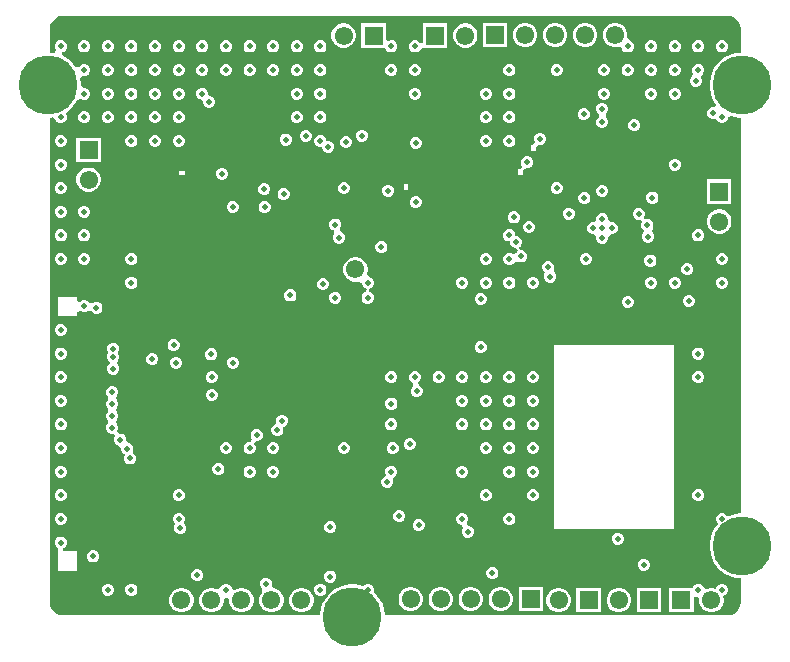
<source format=gbr>
%TF.GenerationSoftware,Altium Limited,Altium Designer,25.7.1 (20)*%
G04 Layer_Physical_Order=3*
G04 Layer_Color=16440176*
%FSLAX45Y45*%
%MOMM*%
%TF.SameCoordinates,C331EA04-0F80-4B25-860E-1567A5D6E8FC*%
%TF.FilePolarity,Positive*%
%TF.FileFunction,Copper,L3,Inr,Signal*%
%TF.Part,Single*%
G01*
G75*
%TA.AperFunction,ComponentPad*%
%ADD48R,1.55000X1.55000*%
%ADD49C,1.55000*%
%ADD50R,1.55000X1.55000*%
%TA.AperFunction,ViaPad*%
%ADD51C,0.50800*%
%ADD52C,5.00000*%
%ADD53C,0.50000*%
G36*
X5783304Y5084789D02*
X5804083Y5076182D01*
X5822784Y5063687D01*
X5838688Y5047783D01*
X5851182Y5029083D01*
X5859789Y5008304D01*
X5864177Y4986245D01*
Y4775400D01*
X5853325D01*
X5810510Y4768619D01*
X5769283Y4755223D01*
X5730659Y4735543D01*
X5695589Y4710063D01*
X5664937Y4679411D01*
X5639457Y4644341D01*
X5619777Y4605717D01*
X5606381Y4564489D01*
X5599600Y4521674D01*
Y4478325D01*
X5606381Y4435510D01*
X5619777Y4394283D01*
X5639457Y4355659D01*
X5655091Y4334140D01*
X5638753Y4313415D01*
X5638022Y4313717D01*
X5617813D01*
X5599141Y4305984D01*
X5584851Y4291693D01*
X5577117Y4273022D01*
Y4252813D01*
X5584851Y4234141D01*
X5599141Y4219851D01*
X5617813Y4212117D01*
X5638022D01*
X5652278Y4218022D01*
X5652908Y4217601D01*
X5660641Y4198930D01*
X5674932Y4184640D01*
X5693603Y4176906D01*
X5713812D01*
X5732484Y4184640D01*
X5746774Y4198930D01*
X5754508Y4217601D01*
Y4223798D01*
X5758048Y4228824D01*
X5778226Y4241871D01*
X5810510Y4231381D01*
X5853325Y4224600D01*
X5864177D01*
Y875400D01*
X5853325D01*
X5810510Y868619D01*
X5769283Y855223D01*
X5761261Y851136D01*
X5746774Y856480D01*
X5732484Y870770D01*
X5713812Y878504D01*
X5693603D01*
X5674932Y870770D01*
X5660641Y856480D01*
X5652908Y837809D01*
Y817600D01*
X5660641Y798928D01*
X5672547Y787022D01*
X5664937Y779411D01*
X5639457Y744341D01*
X5619777Y705717D01*
X5606381Y664490D01*
X5599600Y621675D01*
Y578325D01*
X5606381Y535510D01*
X5619777Y494283D01*
X5639457Y455659D01*
X5664937Y420589D01*
X5695589Y389937D01*
X5730659Y364457D01*
X5769283Y344777D01*
X5810510Y331381D01*
X5853325Y324600D01*
X5864177D01*
Y113754D01*
X5859789Y91695D01*
X5851182Y70916D01*
X5838687Y52216D01*
X5822783Y36312D01*
X5804083Y23817D01*
X5783304Y15210D01*
X5761246Y10823D01*
X2850400D01*
Y21675D01*
X2843619Y64490D01*
X2830223Y105717D01*
X2810543Y144341D01*
X2785063Y179411D01*
X2754411Y210063D01*
X2752085Y211753D01*
X2754506Y217599D01*
Y237809D01*
X2746772Y256480D01*
X2732482Y270770D01*
X2713811Y278504D01*
X2693601D01*
X2674930Y270770D01*
X2664615Y260455D01*
X2639490Y268619D01*
X2596675Y275400D01*
X2553325D01*
X2510510Y268619D01*
X2469283Y255223D01*
X2430659Y235543D01*
X2395589Y210063D01*
X2364937Y179411D01*
X2339457Y144341D01*
X2319777Y105717D01*
X2306381Y64490D01*
X2299600Y21675D01*
Y10823D01*
X113754D01*
X91696Y15210D01*
X70916Y23817D01*
X52216Y36312D01*
X36312Y52217D01*
X23817Y70916D01*
X15210Y91696D01*
X12447Y105587D01*
X10434Y4213354D01*
X12500Y4215421D01*
Y4224600D01*
X21675D01*
X41107Y4227678D01*
X52905Y4217601D01*
X60638Y4198930D01*
X74929Y4184640D01*
X93600Y4176906D01*
X113809D01*
X132481Y4184640D01*
X146771Y4198930D01*
X154505Y4217601D01*
Y4237811D01*
X146771Y4256482D01*
X161935Y4277239D01*
X179411Y4289937D01*
X210063Y4320589D01*
X235543Y4355659D01*
X246495Y4377153D01*
X274929Y4384640D01*
X293600Y4376906D01*
X313809D01*
X332481Y4384640D01*
X346771Y4398930D01*
X354505Y4417602D01*
Y4437811D01*
X346771Y4456482D01*
X332481Y4470772D01*
X313809Y4478506D01*
X293600D01*
X275400Y4498460D01*
Y4521674D01*
X269420Y4559429D01*
X279307Y4570966D01*
X290933Y4578011D01*
X293600Y4576906D01*
X313809D01*
X332481Y4584640D01*
X346771Y4598930D01*
X354505Y4617602D01*
Y4637811D01*
X346771Y4656482D01*
X332481Y4670772D01*
X313809Y4678506D01*
X293600D01*
X274929Y4670772D01*
X260639Y4656482D01*
X259394Y4653479D01*
X251944Y4650624D01*
X230813Y4650851D01*
X210063Y4679411D01*
X179411Y4710063D01*
X144341Y4735543D01*
X113012Y4751506D01*
X113543Y4768436D01*
X116282Y4777931D01*
X132481Y4784640D01*
X146771Y4798930D01*
X154505Y4817602D01*
Y4837811D01*
X146771Y4856482D01*
X132481Y4870773D01*
X113809Y4878506D01*
X93600D01*
X74929Y4870773D01*
X60638Y4856482D01*
X52905Y4837811D01*
Y4817602D01*
X60638Y4798930D01*
X65374Y4794195D01*
X53249Y4770399D01*
X21675Y4775400D01*
X10159D01*
X10057Y4984364D01*
X10615Y4985200D01*
X15210Y5008304D01*
X23817Y5029083D01*
X36312Y5047784D01*
X52217Y5063688D01*
X70916Y5076182D01*
X91696Y5084789D01*
X113754Y5089177D01*
X5761245D01*
X5783304Y5084789D01*
D02*
G37*
%LPC*%
G36*
X3378900Y5022900D02*
X3173100D01*
Y4859295D01*
X3147700Y4854243D01*
X3146772Y4856482D01*
X3132482Y4870773D01*
X3113811Y4878506D01*
X3093602D01*
X3074930Y4870773D01*
X3060640Y4856482D01*
X3052906Y4837811D01*
Y4817602D01*
X3060640Y4798930D01*
X3074930Y4784640D01*
X3093602Y4776906D01*
X3113811D01*
X3132482Y4784640D01*
X3146772Y4798930D01*
X3150999Y4809135D01*
X3173100Y4817100D01*
X3179698Y4817100D01*
X3378900D01*
Y5022900D01*
D02*
G37*
G36*
X4558547Y5027900D02*
X4531453D01*
X4505282Y5020888D01*
X4481818Y5007341D01*
X4462660Y4988182D01*
X4449113Y4964718D01*
X4442100Y4938547D01*
Y4911453D01*
X4449113Y4885282D01*
X4462660Y4861818D01*
X4481818Y4842660D01*
X4505282Y4829113D01*
X4531453Y4822100D01*
X4558547D01*
X4584718Y4829113D01*
X4608182Y4842660D01*
X4627341Y4861818D01*
X4640888Y4885282D01*
X4647900Y4911453D01*
Y4938547D01*
X4640888Y4964718D01*
X4627341Y4988182D01*
X4608182Y5007341D01*
X4584718Y5020888D01*
X4558547Y5027900D01*
D02*
G37*
G36*
X4304547D02*
X4277453D01*
X4251282Y5020888D01*
X4227818Y5007341D01*
X4208660Y4988182D01*
X4195113Y4964718D01*
X4188100Y4938547D01*
Y4911453D01*
X4195113Y4885282D01*
X4208660Y4861818D01*
X4227818Y4842660D01*
X4251282Y4829113D01*
X4277453Y4822100D01*
X4304547D01*
X4330718Y4829113D01*
X4354182Y4842660D01*
X4373341Y4861818D01*
X4386888Y4885282D01*
X4393900Y4911453D01*
Y4938547D01*
X4386888Y4964718D01*
X4373341Y4988182D01*
X4354182Y5007341D01*
X4330718Y5020888D01*
X4304547Y5027900D01*
D02*
G37*
G36*
X4050547D02*
X4023453D01*
X3997282Y5020888D01*
X3973818Y5007341D01*
X3954660Y4988182D01*
X3941113Y4964718D01*
X3934100Y4938547D01*
Y4911453D01*
X3941113Y4885282D01*
X3954660Y4861818D01*
X3973818Y4842660D01*
X3997282Y4829113D01*
X4023453Y4822100D01*
X4050547D01*
X4076718Y4829113D01*
X4100182Y4842660D01*
X4119341Y4861818D01*
X4132888Y4885282D01*
X4139900Y4911453D01*
Y4938547D01*
X4132888Y4964718D01*
X4119341Y4988182D01*
X4100182Y5007341D01*
X4076718Y5020888D01*
X4050547Y5027900D01*
D02*
G37*
G36*
X3885900D02*
X3680100D01*
Y4822100D01*
X3885900D01*
Y5027900D01*
D02*
G37*
G36*
X3543547Y5022900D02*
X3516453D01*
X3490282Y5015888D01*
X3466818Y5002341D01*
X3447660Y4983182D01*
X3434113Y4959718D01*
X3427100Y4933547D01*
Y4906453D01*
X3434113Y4880282D01*
X3447660Y4856818D01*
X3466818Y4837660D01*
X3490282Y4824113D01*
X3516453Y4817100D01*
X3543547D01*
X3569718Y4824113D01*
X3593182Y4837660D01*
X3612341Y4856818D01*
X3625888Y4880282D01*
X3632900Y4906453D01*
Y4933547D01*
X3625888Y4959718D01*
X3612341Y4983182D01*
X3593182Y5002341D01*
X3569718Y5015888D01*
X3543547Y5022900D01*
D02*
G37*
G36*
X2513547D02*
X2486453D01*
X2460282Y5015888D01*
X2436818Y5002341D01*
X2417660Y4983182D01*
X2404113Y4959718D01*
X2397100Y4933547D01*
Y4906453D01*
X2404113Y4880282D01*
X2417660Y4856818D01*
X2436818Y4837660D01*
X2460282Y4824113D01*
X2486453Y4817100D01*
X2513547D01*
X2539718Y4824113D01*
X2563182Y4837660D01*
X2582341Y4856818D01*
X2595888Y4880282D01*
X2602900Y4906453D01*
Y4933547D01*
X2595888Y4959718D01*
X2582341Y4983182D01*
X2563182Y5002341D01*
X2539718Y5015888D01*
X2513547Y5022900D01*
D02*
G37*
G36*
X5713812Y4878506D02*
X5693603D01*
X5674932Y4870773D01*
X5660641Y4856482D01*
X5652908Y4837811D01*
Y4817602D01*
X5660641Y4798930D01*
X5674932Y4784640D01*
X5693603Y4776906D01*
X5713812D01*
X5732484Y4784640D01*
X5746774Y4798930D01*
X5754508Y4817602D01*
Y4837811D01*
X5746774Y4856482D01*
X5732484Y4870773D01*
X5713812Y4878506D01*
D02*
G37*
G36*
X5513812D02*
X5493603D01*
X5474932Y4870773D01*
X5460641Y4856482D01*
X5452908Y4837811D01*
Y4817602D01*
X5460641Y4798930D01*
X5474932Y4784640D01*
X5493603Y4776906D01*
X5513812D01*
X5532483Y4784640D01*
X5546774Y4798930D01*
X5554508Y4817602D01*
Y4837811D01*
X5546774Y4856482D01*
X5532483Y4870773D01*
X5513812Y4878506D01*
D02*
G37*
G36*
X5313812D02*
X5293603D01*
X5274932Y4870773D01*
X5260641Y4856482D01*
X5252907Y4837811D01*
Y4817602D01*
X5260641Y4798930D01*
X5274932Y4784640D01*
X5293603Y4776906D01*
X5313812D01*
X5332483Y4784640D01*
X5346774Y4798930D01*
X5354507Y4817602D01*
Y4837811D01*
X5346774Y4856482D01*
X5332483Y4870773D01*
X5313812Y4878506D01*
D02*
G37*
G36*
X5113812D02*
X5093603D01*
X5074931Y4870773D01*
X5060641Y4856482D01*
X5052907Y4837811D01*
Y4817602D01*
X5060641Y4798930D01*
X5074931Y4784640D01*
X5093603Y4776906D01*
X5113812D01*
X5132483Y4784640D01*
X5146774Y4798930D01*
X5154507Y4817602D01*
Y4837811D01*
X5146774Y4856482D01*
X5132483Y4870773D01*
X5113812Y4878506D01*
D02*
G37*
G36*
X4812547Y5027900D02*
X4785453D01*
X4759282Y5020888D01*
X4735818Y5007341D01*
X4716660Y4988182D01*
X4703113Y4964718D01*
X4696100Y4938547D01*
Y4911453D01*
X4703113Y4885282D01*
X4716660Y4861818D01*
X4735818Y4842660D01*
X4759282Y4829113D01*
X4785453Y4822100D01*
X4812547D01*
X4827507Y4826108D01*
X4847465Y4819424D01*
X4856125Y4809833D01*
X4860641Y4798930D01*
X4874931Y4784640D01*
X4893603Y4776906D01*
X4913812D01*
X4932483Y4784640D01*
X4946773Y4798930D01*
X4954507Y4817602D01*
Y4837811D01*
X4946773Y4856482D01*
X4932483Y4870773D01*
X4913812Y4878506D01*
X4899878Y4903907D01*
X4901900Y4911453D01*
Y4938547D01*
X4894888Y4964718D01*
X4881341Y4988182D01*
X4862182Y5007341D01*
X4838718Y5020888D01*
X4812547Y5027900D01*
D02*
G37*
G36*
X2856900Y5022900D02*
X2651100D01*
Y4817100D01*
X2853114D01*
X2860640Y4798930D01*
X2874930Y4784640D01*
X2893602Y4776906D01*
X2913811D01*
X2932482Y4784640D01*
X2946772Y4798930D01*
X2954506Y4817602D01*
Y4837811D01*
X2946772Y4856482D01*
X2932482Y4870773D01*
X2913811Y4878506D01*
X2893602D01*
X2882300Y4873825D01*
X2862202Y4883403D01*
X2856900Y4888664D01*
Y5022900D01*
D02*
G37*
G36*
X2313810Y4878506D02*
X2293601D01*
X2274930Y4870773D01*
X2260640Y4856482D01*
X2252906Y4837811D01*
Y4817602D01*
X2260640Y4798930D01*
X2274930Y4784640D01*
X2293601Y4776906D01*
X2313810D01*
X2332482Y4784640D01*
X2346772Y4798930D01*
X2354506Y4817602D01*
Y4837811D01*
X2346772Y4856482D01*
X2332482Y4870773D01*
X2313810Y4878506D01*
D02*
G37*
G36*
X2113810D02*
X2093601D01*
X2074930Y4870773D01*
X2060640Y4856482D01*
X2052906Y4837811D01*
Y4817602D01*
X2060640Y4798930D01*
X2074930Y4784640D01*
X2093601Y4776906D01*
X2113810D01*
X2132482Y4784640D01*
X2146772Y4798930D01*
X2154506Y4817602D01*
Y4837811D01*
X2146772Y4856482D01*
X2132482Y4870773D01*
X2113810Y4878506D01*
D02*
G37*
G36*
X1913810D02*
X1893601D01*
X1874930Y4870773D01*
X1860639Y4856482D01*
X1852906Y4837811D01*
Y4817602D01*
X1860639Y4798930D01*
X1874930Y4784640D01*
X1893601Y4776906D01*
X1913810D01*
X1932482Y4784640D01*
X1946772Y4798930D01*
X1954506Y4817602D01*
Y4837811D01*
X1946772Y4856482D01*
X1932482Y4870773D01*
X1913810Y4878506D01*
D02*
G37*
G36*
X1713810D02*
X1693601D01*
X1674930Y4870773D01*
X1660639Y4856482D01*
X1652906Y4837811D01*
Y4817602D01*
X1660639Y4798930D01*
X1674930Y4784640D01*
X1693601Y4776906D01*
X1713810D01*
X1732481Y4784640D01*
X1746772Y4798930D01*
X1754506Y4817602D01*
Y4837811D01*
X1746772Y4856482D01*
X1732481Y4870773D01*
X1713810Y4878506D01*
D02*
G37*
G36*
X1513810D02*
X1493601D01*
X1474929Y4870773D01*
X1460639Y4856482D01*
X1452905Y4837811D01*
Y4817602D01*
X1460639Y4798930D01*
X1474929Y4784640D01*
X1493601Y4776906D01*
X1513810D01*
X1532481Y4784640D01*
X1546772Y4798930D01*
X1554505Y4817602D01*
Y4837811D01*
X1546772Y4856482D01*
X1532481Y4870773D01*
X1513810Y4878506D01*
D02*
G37*
G36*
X1313810D02*
X1293601D01*
X1274929Y4870773D01*
X1260639Y4856482D01*
X1252905Y4837811D01*
Y4817602D01*
X1260639Y4798930D01*
X1274929Y4784640D01*
X1293601Y4776906D01*
X1313810D01*
X1332481Y4784640D01*
X1346772Y4798930D01*
X1354505Y4817602D01*
Y4837811D01*
X1346772Y4856482D01*
X1332481Y4870773D01*
X1313810Y4878506D01*
D02*
G37*
G36*
X1113810D02*
X1093601D01*
X1074929Y4870773D01*
X1060639Y4856482D01*
X1052905Y4837811D01*
Y4817602D01*
X1060639Y4798930D01*
X1074929Y4784640D01*
X1093601Y4776906D01*
X1113810D01*
X1132481Y4784640D01*
X1146771Y4798930D01*
X1154505Y4817602D01*
Y4837811D01*
X1146771Y4856482D01*
X1132481Y4870773D01*
X1113810Y4878506D01*
D02*
G37*
G36*
X913810D02*
X893600D01*
X874929Y4870773D01*
X860639Y4856482D01*
X852905Y4837811D01*
Y4817602D01*
X860639Y4798930D01*
X874929Y4784640D01*
X893600Y4776906D01*
X913810D01*
X932481Y4784640D01*
X946771Y4798930D01*
X954505Y4817602D01*
Y4837811D01*
X946771Y4856482D01*
X932481Y4870773D01*
X913810Y4878506D01*
D02*
G37*
G36*
X713810D02*
X693600D01*
X674929Y4870773D01*
X660639Y4856482D01*
X652905Y4837811D01*
Y4817602D01*
X660639Y4798930D01*
X674929Y4784640D01*
X693600Y4776906D01*
X713810D01*
X732481Y4784640D01*
X746771Y4798930D01*
X754505Y4817602D01*
Y4837811D01*
X746771Y4856482D01*
X732481Y4870773D01*
X713810Y4878506D01*
D02*
G37*
G36*
X513809D02*
X493600D01*
X474929Y4870773D01*
X460639Y4856482D01*
X452905Y4837811D01*
Y4817602D01*
X460639Y4798930D01*
X474929Y4784640D01*
X493600Y4776906D01*
X513809D01*
X532481Y4784640D01*
X546771Y4798930D01*
X554505Y4817602D01*
Y4837811D01*
X546771Y4856482D01*
X532481Y4870773D01*
X513809Y4878506D01*
D02*
G37*
G36*
X313809D02*
X293600D01*
X274929Y4870773D01*
X260639Y4856482D01*
X252905Y4837811D01*
Y4817602D01*
X260639Y4798930D01*
X274929Y4784640D01*
X293600Y4776906D01*
X313809D01*
X332481Y4784640D01*
X346771Y4798930D01*
X354505Y4817602D01*
Y4837811D01*
X346771Y4856482D01*
X332481Y4870773D01*
X313809Y4878506D01*
D02*
G37*
G36*
X5313812Y4678506D02*
X5293603D01*
X5274932Y4670772D01*
X5260641Y4656482D01*
X5252907Y4637811D01*
Y4617602D01*
X5260641Y4598930D01*
X5274932Y4584640D01*
X5293603Y4576906D01*
X5313812D01*
X5332483Y4584640D01*
X5346774Y4598930D01*
X5354507Y4617602D01*
Y4637811D01*
X5346774Y4656482D01*
X5332483Y4670772D01*
X5313812Y4678506D01*
D02*
G37*
G36*
X5113812D02*
X5093603D01*
X5074931Y4670772D01*
X5060641Y4656482D01*
X5052907Y4637811D01*
Y4617602D01*
X5060641Y4598930D01*
X5074931Y4584640D01*
X5093603Y4576906D01*
X5113812D01*
X5132483Y4584640D01*
X5146774Y4598930D01*
X5154507Y4617602D01*
Y4637811D01*
X5146774Y4656482D01*
X5132483Y4670772D01*
X5113812Y4678506D01*
D02*
G37*
G36*
X4913812D02*
X4893603D01*
X4874931Y4670772D01*
X4860641Y4656482D01*
X4852907Y4637811D01*
Y4617602D01*
X4860641Y4598930D01*
X4874931Y4584640D01*
X4893603Y4576906D01*
X4913812D01*
X4932483Y4584640D01*
X4946773Y4598930D01*
X4954507Y4617602D01*
Y4637811D01*
X4946773Y4656482D01*
X4932483Y4670772D01*
X4913812Y4678506D01*
D02*
G37*
G36*
X4713812D02*
X4693603D01*
X4674931Y4670772D01*
X4660641Y4656482D01*
X4652907Y4637811D01*
Y4617602D01*
X4660641Y4598930D01*
X4674931Y4584640D01*
X4693603Y4576906D01*
X4713812D01*
X4732483Y4584640D01*
X4746773Y4598930D01*
X4754507Y4617602D01*
Y4637811D01*
X4746773Y4656482D01*
X4732483Y4670772D01*
X4713812Y4678506D01*
D02*
G37*
G36*
X4313812D02*
X4293602D01*
X4274931Y4670772D01*
X4260641Y4656482D01*
X4252907Y4637811D01*
Y4617602D01*
X4260641Y4598930D01*
X4274931Y4584640D01*
X4293602Y4576906D01*
X4313812D01*
X4332483Y4584640D01*
X4346773Y4598930D01*
X4354507Y4617602D01*
Y4637811D01*
X4346773Y4656482D01*
X4332483Y4670772D01*
X4313812Y4678506D01*
D02*
G37*
G36*
X3913811D02*
X3893602D01*
X3874931Y4670772D01*
X3860640Y4656482D01*
X3852907Y4637811D01*
Y4617602D01*
X3860640Y4598930D01*
X3874931Y4584640D01*
X3893602Y4576906D01*
X3913811D01*
X3932483Y4584640D01*
X3946773Y4598930D01*
X3954507Y4617602D01*
Y4637811D01*
X3946773Y4656482D01*
X3932483Y4670772D01*
X3913811Y4678506D01*
D02*
G37*
G36*
X3113811D02*
X3093602D01*
X3074930Y4670772D01*
X3060640Y4656482D01*
X3052906Y4637811D01*
Y4617602D01*
X3060640Y4598930D01*
X3074930Y4584640D01*
X3093602Y4576906D01*
X3113811D01*
X3132482Y4584640D01*
X3146772Y4598930D01*
X3154506Y4617602D01*
Y4637811D01*
X3146772Y4656482D01*
X3132482Y4670772D01*
X3113811Y4678506D01*
D02*
G37*
G36*
X2913811D02*
X2893602D01*
X2874930Y4670772D01*
X2860640Y4656482D01*
X2852906Y4637811D01*
Y4617602D01*
X2860640Y4598930D01*
X2874930Y4584640D01*
X2893602Y4576906D01*
X2913811D01*
X2932482Y4584640D01*
X2946772Y4598930D01*
X2954506Y4617602D01*
Y4637811D01*
X2946772Y4656482D01*
X2932482Y4670772D01*
X2913811Y4678506D01*
D02*
G37*
G36*
X2313810D02*
X2293601D01*
X2274930Y4670772D01*
X2260640Y4656482D01*
X2252906Y4637811D01*
Y4617602D01*
X2260640Y4598930D01*
X2274930Y4584640D01*
X2293601Y4576906D01*
X2313810D01*
X2332482Y4584640D01*
X2346772Y4598930D01*
X2354506Y4617602D01*
Y4637811D01*
X2346772Y4656482D01*
X2332482Y4670772D01*
X2313810Y4678506D01*
D02*
G37*
G36*
X2113810D02*
X2093601D01*
X2074930Y4670772D01*
X2060640Y4656482D01*
X2052906Y4637811D01*
Y4617602D01*
X2060640Y4598930D01*
X2074930Y4584640D01*
X2093601Y4576906D01*
X2113810D01*
X2132482Y4584640D01*
X2146772Y4598930D01*
X2154506Y4617602D01*
Y4637811D01*
X2146772Y4656482D01*
X2132482Y4670772D01*
X2113810Y4678506D01*
D02*
G37*
G36*
X1913810D02*
X1893601D01*
X1874930Y4670772D01*
X1860639Y4656482D01*
X1852906Y4637811D01*
Y4617602D01*
X1860639Y4598930D01*
X1874930Y4584640D01*
X1893601Y4576906D01*
X1913810D01*
X1932482Y4584640D01*
X1946772Y4598930D01*
X1954506Y4617602D01*
Y4637811D01*
X1946772Y4656482D01*
X1932482Y4670772D01*
X1913810Y4678506D01*
D02*
G37*
G36*
X1713810D02*
X1693601D01*
X1674930Y4670772D01*
X1660639Y4656482D01*
X1652906Y4637811D01*
Y4617602D01*
X1660639Y4598930D01*
X1674930Y4584640D01*
X1693601Y4576906D01*
X1713810D01*
X1732481Y4584640D01*
X1746772Y4598930D01*
X1754506Y4617602D01*
Y4637811D01*
X1746772Y4656482D01*
X1732481Y4670772D01*
X1713810Y4678506D01*
D02*
G37*
G36*
X1513810D02*
X1493601D01*
X1474929Y4670772D01*
X1460639Y4656482D01*
X1452905Y4637811D01*
Y4617602D01*
X1460639Y4598930D01*
X1474929Y4584640D01*
X1493601Y4576906D01*
X1513810D01*
X1532481Y4584640D01*
X1546772Y4598930D01*
X1554505Y4617602D01*
Y4637811D01*
X1546772Y4656482D01*
X1532481Y4670772D01*
X1513810Y4678506D01*
D02*
G37*
G36*
X1313810D02*
X1293601D01*
X1274929Y4670772D01*
X1260639Y4656482D01*
X1252905Y4637811D01*
Y4617602D01*
X1260639Y4598930D01*
X1274929Y4584640D01*
X1293601Y4576906D01*
X1313810D01*
X1332481Y4584640D01*
X1346772Y4598930D01*
X1354505Y4617602D01*
Y4637811D01*
X1346772Y4656482D01*
X1332481Y4670772D01*
X1313810Y4678506D01*
D02*
G37*
G36*
X1113810D02*
X1093601D01*
X1074929Y4670772D01*
X1060639Y4656482D01*
X1052905Y4637811D01*
Y4617602D01*
X1060639Y4598930D01*
X1074929Y4584640D01*
X1093601Y4576906D01*
X1113810D01*
X1132481Y4584640D01*
X1146771Y4598930D01*
X1154505Y4617602D01*
Y4637811D01*
X1146771Y4656482D01*
X1132481Y4670772D01*
X1113810Y4678506D01*
D02*
G37*
G36*
X913810D02*
X893600D01*
X874929Y4670772D01*
X860639Y4656482D01*
X852905Y4637811D01*
Y4617602D01*
X860639Y4598930D01*
X874929Y4584640D01*
X893600Y4576906D01*
X913810D01*
X932481Y4584640D01*
X946771Y4598930D01*
X954505Y4617602D01*
Y4637811D01*
X946771Y4656482D01*
X932481Y4670772D01*
X913810Y4678506D01*
D02*
G37*
G36*
X713810D02*
X693600D01*
X674929Y4670772D01*
X660639Y4656482D01*
X652905Y4637811D01*
Y4617602D01*
X660639Y4598930D01*
X674929Y4584640D01*
X693600Y4576906D01*
X713810D01*
X732481Y4584640D01*
X746771Y4598930D01*
X754505Y4617602D01*
Y4637811D01*
X746771Y4656482D01*
X732481Y4670772D01*
X713810Y4678506D01*
D02*
G37*
G36*
X513809D02*
X493600D01*
X474929Y4670772D01*
X460639Y4656482D01*
X452905Y4637811D01*
Y4617602D01*
X460639Y4598930D01*
X474929Y4584640D01*
X493600Y4576906D01*
X513809D01*
X532481Y4584640D01*
X546771Y4598930D01*
X554505Y4617602D01*
Y4637811D01*
X546771Y4656482D01*
X532481Y4670772D01*
X513809Y4678506D01*
D02*
G37*
G36*
X5513812D02*
X5493603D01*
X5474932Y4670772D01*
X5460641Y4656482D01*
X5452908Y4637811D01*
Y4617602D01*
X5460641Y4598931D01*
X5451641Y4578484D01*
X5437351Y4564194D01*
X5429617Y4545522D01*
Y4525313D01*
X5437351Y4506642D01*
X5451641Y4492351D01*
X5470313Y4484618D01*
X5490522D01*
X5509193Y4492351D01*
X5523483Y4506642D01*
X5531217Y4525313D01*
Y4545522D01*
X5523483Y4564193D01*
X5532484Y4584640D01*
X5546774Y4598930D01*
X5554508Y4617602D01*
Y4637811D01*
X5546774Y4656482D01*
X5532483Y4670772D01*
X5513812Y4678506D01*
D02*
G37*
G36*
X5313812Y4478506D02*
X5293603D01*
X5274932Y4470772D01*
X5260641Y4456482D01*
X5252907Y4437811D01*
Y4417602D01*
X5260641Y4398930D01*
X5274932Y4384640D01*
X5293603Y4376906D01*
X5313812D01*
X5332483Y4384640D01*
X5346774Y4398930D01*
X5354507Y4417602D01*
Y4437811D01*
X5346774Y4456482D01*
X5332483Y4470772D01*
X5313812Y4478506D01*
D02*
G37*
G36*
X5113812D02*
X5093603D01*
X5074931Y4470772D01*
X5060641Y4456482D01*
X5052907Y4437811D01*
Y4417602D01*
X5060641Y4398930D01*
X5074931Y4384640D01*
X5093603Y4376906D01*
X5113812D01*
X5132483Y4384640D01*
X5146774Y4398930D01*
X5154507Y4417602D01*
Y4437811D01*
X5146774Y4456482D01*
X5132483Y4470772D01*
X5113812Y4478506D01*
D02*
G37*
G36*
X4713812D02*
X4693603D01*
X4674931Y4470772D01*
X4660641Y4456482D01*
X4652907Y4437811D01*
Y4417602D01*
X4660641Y4398930D01*
X4674931Y4384640D01*
X4693603Y4376906D01*
X4713812D01*
X4732483Y4384640D01*
X4746773Y4398930D01*
X4754507Y4417602D01*
Y4437811D01*
X4746773Y4456482D01*
X4732483Y4470772D01*
X4713812Y4478506D01*
D02*
G37*
G36*
X3913811D02*
X3893602D01*
X3874931Y4470772D01*
X3860640Y4456482D01*
X3852907Y4437811D01*
Y4417602D01*
X3860640Y4398930D01*
X3874931Y4384640D01*
X3893602Y4376906D01*
X3913811D01*
X3932483Y4384640D01*
X3946773Y4398930D01*
X3954507Y4417602D01*
Y4437811D01*
X3946773Y4456482D01*
X3932483Y4470772D01*
X3913811Y4478506D01*
D02*
G37*
G36*
X3713811D02*
X3693602D01*
X3674931Y4470772D01*
X3660640Y4456482D01*
X3652907Y4437811D01*
Y4417602D01*
X3660640Y4398930D01*
X3674931Y4384640D01*
X3693602Y4376906D01*
X3713811D01*
X3732483Y4384640D01*
X3746773Y4398930D01*
X3754507Y4417602D01*
Y4437811D01*
X3746773Y4456482D01*
X3732483Y4470772D01*
X3713811Y4478506D01*
D02*
G37*
G36*
X3113811D02*
X3093602D01*
X3074930Y4470772D01*
X3060640Y4456482D01*
X3052906Y4437811D01*
Y4417602D01*
X3060640Y4398930D01*
X3074930Y4384640D01*
X3093602Y4376906D01*
X3113811D01*
X3132482Y4384640D01*
X3146772Y4398930D01*
X3154506Y4417602D01*
Y4437811D01*
X3146772Y4456482D01*
X3132482Y4470772D01*
X3113811Y4478506D01*
D02*
G37*
G36*
X2313810D02*
X2293601D01*
X2274930Y4470772D01*
X2260640Y4456482D01*
X2252906Y4437811D01*
Y4417602D01*
X2260640Y4398930D01*
X2274930Y4384640D01*
X2293601Y4376906D01*
X2313810D01*
X2332482Y4384640D01*
X2346772Y4398930D01*
X2354506Y4417602D01*
Y4437811D01*
X2346772Y4456482D01*
X2332482Y4470772D01*
X2313810Y4478506D01*
D02*
G37*
G36*
X2113810D02*
X2093601D01*
X2074930Y4470772D01*
X2060640Y4456482D01*
X2052906Y4437811D01*
Y4417602D01*
X2060640Y4398930D01*
X2074930Y4384640D01*
X2093601Y4376906D01*
X2113810D01*
X2132482Y4384640D01*
X2146772Y4398930D01*
X2154506Y4417602D01*
Y4437811D01*
X2146772Y4456482D01*
X2132482Y4470772D01*
X2113810Y4478506D01*
D02*
G37*
G36*
X1113810D02*
X1093601D01*
X1074929Y4470772D01*
X1060639Y4456482D01*
X1052905Y4437811D01*
Y4417602D01*
X1060639Y4398930D01*
X1074929Y4384640D01*
X1093601Y4376906D01*
X1113810D01*
X1132481Y4384640D01*
X1146771Y4398930D01*
X1154505Y4417602D01*
Y4437811D01*
X1146771Y4456482D01*
X1132481Y4470772D01*
X1113810Y4478506D01*
D02*
G37*
G36*
X913810D02*
X893600D01*
X874929Y4470772D01*
X860639Y4456482D01*
X852905Y4437811D01*
Y4417602D01*
X860639Y4398930D01*
X874929Y4384640D01*
X893600Y4376906D01*
X913810D01*
X932481Y4384640D01*
X946771Y4398930D01*
X954505Y4417602D01*
Y4437811D01*
X946771Y4456482D01*
X932481Y4470772D01*
X913810Y4478506D01*
D02*
G37*
G36*
X713810D02*
X693600D01*
X674929Y4470772D01*
X660639Y4456482D01*
X652905Y4437811D01*
Y4417602D01*
X660639Y4398930D01*
X674929Y4384640D01*
X693600Y4376906D01*
X713810D01*
X732481Y4384640D01*
X746771Y4398930D01*
X754505Y4417602D01*
Y4437811D01*
X746771Y4456482D01*
X732481Y4470772D01*
X713810Y4478506D01*
D02*
G37*
G36*
X513809D02*
X493600D01*
X474929Y4470772D01*
X460639Y4456482D01*
X452905Y4437811D01*
Y4417602D01*
X460639Y4398930D01*
X474929Y4384640D01*
X493600Y4376906D01*
X513809D01*
X532481Y4384640D01*
X546771Y4398930D01*
X554505Y4417602D01*
Y4437811D01*
X546771Y4456482D01*
X532481Y4470772D01*
X513809Y4478506D01*
D02*
G37*
G36*
X1313810D02*
X1293601D01*
X1274929Y4470772D01*
X1260639Y4456482D01*
X1252905Y4437811D01*
Y4417602D01*
X1260639Y4398930D01*
X1274929Y4384640D01*
X1285853Y4380115D01*
X1309200Y4370104D01*
Y4349895D01*
X1316933Y4331223D01*
X1331224Y4316933D01*
X1349895Y4309199D01*
X1370104D01*
X1388775Y4316933D01*
X1403066Y4331223D01*
X1410800Y4349895D01*
Y4370104D01*
X1403066Y4388775D01*
X1388775Y4403066D01*
X1377851Y4407590D01*
X1354505Y4417602D01*
Y4437811D01*
X1346772Y4456482D01*
X1332481Y4470772D01*
X1313810Y4478506D01*
D02*
G37*
G36*
X4543022Y4303718D02*
X4522813D01*
X4504142Y4295984D01*
X4489851Y4281693D01*
X4482118Y4263022D01*
Y4242813D01*
X4489851Y4224142D01*
X4504142Y4209851D01*
X4522813Y4202118D01*
X4543022D01*
X4561693Y4209851D01*
X4575984Y4224142D01*
X4583718Y4242813D01*
Y4263022D01*
X4575984Y4281693D01*
X4561693Y4295984D01*
X4543022Y4303718D01*
D02*
G37*
G36*
X3913811Y4278506D02*
X3893602D01*
X3874931Y4270772D01*
X3860640Y4256482D01*
X3852907Y4237811D01*
Y4217601D01*
X3860640Y4198930D01*
X3874931Y4184640D01*
X3893602Y4176906D01*
X3913811D01*
X3932483Y4184640D01*
X3946773Y4198930D01*
X3954507Y4217601D01*
Y4237811D01*
X3946773Y4256482D01*
X3932483Y4270772D01*
X3913811Y4278506D01*
D02*
G37*
G36*
X3713811D02*
X3693602D01*
X3674931Y4270772D01*
X3660640Y4256482D01*
X3652907Y4237811D01*
Y4217601D01*
X3660640Y4198930D01*
X3674931Y4184640D01*
X3693602Y4176906D01*
X3713811D01*
X3732483Y4184640D01*
X3746773Y4198930D01*
X3754507Y4217601D01*
Y4237811D01*
X3746773Y4256482D01*
X3732483Y4270772D01*
X3713811Y4278506D01*
D02*
G37*
G36*
X2313810D02*
X2293601D01*
X2274930Y4270772D01*
X2260640Y4256482D01*
X2252906Y4237811D01*
Y4217601D01*
X2260640Y4198930D01*
X2274930Y4184640D01*
X2293601Y4176906D01*
X2313810D01*
X2332482Y4184640D01*
X2346772Y4198930D01*
X2354506Y4217601D01*
Y4237811D01*
X2346772Y4256482D01*
X2332482Y4270772D01*
X2313810Y4278506D01*
D02*
G37*
G36*
X2113810D02*
X2093601D01*
X2074930Y4270772D01*
X2060640Y4256482D01*
X2052906Y4237811D01*
Y4217601D01*
X2060640Y4198930D01*
X2074930Y4184640D01*
X2093601Y4176906D01*
X2113810D01*
X2132482Y4184640D01*
X2146772Y4198930D01*
X2154506Y4217601D01*
Y4237811D01*
X2146772Y4256482D01*
X2132482Y4270772D01*
X2113810Y4278506D01*
D02*
G37*
G36*
X1113810D02*
X1093601D01*
X1074929Y4270772D01*
X1060639Y4256482D01*
X1052905Y4237811D01*
Y4217601D01*
X1060639Y4198930D01*
X1074929Y4184640D01*
X1093601Y4176906D01*
X1113810D01*
X1132481Y4184640D01*
X1146771Y4198930D01*
X1154505Y4217601D01*
Y4237811D01*
X1146771Y4256482D01*
X1132481Y4270772D01*
X1113810Y4278506D01*
D02*
G37*
G36*
X913810D02*
X893600D01*
X874929Y4270772D01*
X860639Y4256482D01*
X852905Y4237811D01*
Y4217601D01*
X860639Y4198930D01*
X874929Y4184640D01*
X893600Y4176906D01*
X913810D01*
X932481Y4184640D01*
X946771Y4198930D01*
X954505Y4217601D01*
Y4237811D01*
X946771Y4256482D01*
X932481Y4270772D01*
X913810Y4278506D01*
D02*
G37*
G36*
X713810D02*
X693600D01*
X674929Y4270772D01*
X660639Y4256482D01*
X652905Y4237811D01*
Y4217601D01*
X660639Y4198930D01*
X674929Y4184640D01*
X693600Y4176906D01*
X713810D01*
X732481Y4184640D01*
X746771Y4198930D01*
X754505Y4217601D01*
Y4237811D01*
X746771Y4256482D01*
X732481Y4270772D01*
X713810Y4278506D01*
D02*
G37*
G36*
X513809D02*
X493600D01*
X474929Y4270772D01*
X460639Y4256482D01*
X452905Y4237811D01*
Y4217601D01*
X460639Y4198930D01*
X474929Y4184640D01*
X493600Y4176906D01*
X513809D01*
X532481Y4184640D01*
X546771Y4198930D01*
X554505Y4217601D01*
Y4237811D01*
X546771Y4256482D01*
X532481Y4270772D01*
X513809Y4278506D01*
D02*
G37*
G36*
X313809D02*
X293600D01*
X274929Y4270772D01*
X260639Y4256482D01*
X252905Y4237811D01*
Y4217601D01*
X260639Y4198930D01*
X274929Y4184640D01*
X293600Y4176906D01*
X313809D01*
X332481Y4184640D01*
X346771Y4198930D01*
X354505Y4217601D01*
Y4237811D01*
X346771Y4256482D01*
X332481Y4270772D01*
X313809Y4278506D01*
D02*
G37*
G36*
X4700105Y4350800D02*
X4679895D01*
X4661224Y4343066D01*
X4646934Y4328776D01*
X4639200Y4310105D01*
Y4289895D01*
X4646934Y4271224D01*
X4659696Y4258462D01*
X4660302Y4247205D01*
X4658724Y4230566D01*
X4644434Y4216276D01*
X4636700Y4197605D01*
Y4177395D01*
X4644434Y4158724D01*
X4658724Y4144434D01*
X4677395Y4136700D01*
X4697605D01*
X4716276Y4144434D01*
X4730566Y4158724D01*
X4738300Y4177395D01*
Y4197605D01*
X4730566Y4216276D01*
X4717804Y4229038D01*
X4717198Y4240295D01*
X4718776Y4256934D01*
X4733066Y4271224D01*
X4740800Y4289895D01*
Y4310105D01*
X4733066Y4328776D01*
X4718776Y4343066D01*
X4700105Y4350800D01*
D02*
G37*
G36*
X4970105Y4210800D02*
X4949895D01*
X4931224Y4203066D01*
X4916934Y4188776D01*
X4909200Y4170105D01*
Y4149895D01*
X4916934Y4131224D01*
X4931224Y4116934D01*
X4949895Y4109200D01*
X4970105D01*
X4988776Y4116934D01*
X5003066Y4131224D01*
X5010800Y4149895D01*
Y4170105D01*
X5003066Y4188776D01*
X4988776Y4203066D01*
X4970105Y4210800D01*
D02*
G37*
G36*
X2663605Y4123802D02*
X2643395D01*
X2624724Y4116068D01*
X2610434Y4101778D01*
X2602700Y4083106D01*
Y4062897D01*
X2610434Y4044226D01*
X2624724Y4029936D01*
X2643395Y4022202D01*
X2663605D01*
X2682276Y4029936D01*
X2696566Y4044226D01*
X2704300Y4062897D01*
Y4083106D01*
X2696566Y4101778D01*
X2682276Y4116068D01*
X2663605Y4123802D01*
D02*
G37*
G36*
X2190105Y4120800D02*
X2169895D01*
X2151224Y4113066D01*
X2136934Y4098776D01*
X2129200Y4080105D01*
Y4059895D01*
X2136934Y4041224D01*
X2151224Y4026934D01*
X2169895Y4019200D01*
X2190105D01*
X2208776Y4026934D01*
X2223066Y4041224D01*
X2230800Y4059895D01*
Y4080105D01*
X2223066Y4098776D01*
X2208776Y4113066D01*
X2190105Y4120800D01*
D02*
G37*
G36*
X4173765Y4097140D02*
X4153555D01*
X4134884Y4089406D01*
X4120594Y4075116D01*
X4112860Y4056445D01*
Y4036236D01*
X4119253Y4020800D01*
X4113923Y4006817D01*
X4106837Y3995400D01*
X4090000D01*
Y3944600D01*
X4125560D01*
Y3979643D01*
X4150352Y3996867D01*
X4153555Y3995540D01*
X4173765D01*
X4192436Y4003274D01*
X4206726Y4017564D01*
X4214460Y4036236D01*
Y4056445D01*
X4206726Y4075116D01*
X4192436Y4089406D01*
X4173765Y4097140D01*
D02*
G37*
G36*
X2020104Y4090800D02*
X1999895D01*
X1981224Y4083066D01*
X1966934Y4068776D01*
X1959200Y4050104D01*
Y4029895D01*
X1966934Y4011224D01*
X1981224Y3996934D01*
X1999895Y3989200D01*
X2020104D01*
X2038776Y3996934D01*
X2053066Y4011224D01*
X2060800Y4029895D01*
Y4050104D01*
X2053066Y4068776D01*
X2038776Y4083066D01*
X2020104Y4090800D01*
D02*
G37*
G36*
X3913811Y4078506D02*
X3893602D01*
X3874931Y4070772D01*
X3860640Y4056482D01*
X3852907Y4037811D01*
Y4017601D01*
X3860640Y3998930D01*
X3874931Y3984640D01*
X3893602Y3976906D01*
X3913811D01*
X3932483Y3984640D01*
X3946773Y3998930D01*
X3954507Y4017601D01*
Y4037811D01*
X3946773Y4056482D01*
X3932483Y4070772D01*
X3913811Y4078506D01*
D02*
G37*
G36*
X3713811D02*
X3693602D01*
X3674931Y4070772D01*
X3660640Y4056482D01*
X3652907Y4037811D01*
Y4017601D01*
X3660640Y3998930D01*
X3674931Y3984640D01*
X3693602Y3976906D01*
X3713811D01*
X3732483Y3984640D01*
X3746773Y3998930D01*
X3754507Y4017601D01*
Y4037811D01*
X3746773Y4056482D01*
X3732483Y4070772D01*
X3713811Y4078506D01*
D02*
G37*
G36*
X1113810D02*
X1093601D01*
X1074929Y4070772D01*
X1060639Y4056482D01*
X1052905Y4037811D01*
Y4017601D01*
X1060639Y3998930D01*
X1074929Y3984640D01*
X1093601Y3976906D01*
X1113810D01*
X1132481Y3984640D01*
X1146771Y3998930D01*
X1154505Y4017601D01*
Y4037811D01*
X1146771Y4056482D01*
X1132481Y4070772D01*
X1113810Y4078506D01*
D02*
G37*
G36*
X913810D02*
X893600D01*
X874929Y4070772D01*
X860639Y4056482D01*
X852905Y4037811D01*
Y4017601D01*
X860639Y3998930D01*
X874929Y3984640D01*
X893600Y3976906D01*
X913810D01*
X932481Y3984640D01*
X946771Y3998930D01*
X954505Y4017601D01*
Y4037811D01*
X946771Y4056482D01*
X932481Y4070772D01*
X913810Y4078506D01*
D02*
G37*
G36*
X713810D02*
X693600D01*
X674929Y4070772D01*
X660639Y4056482D01*
X652905Y4037811D01*
Y4017601D01*
X660639Y3998930D01*
X674929Y3984640D01*
X693600Y3976906D01*
X713810D01*
X732481Y3984640D01*
X746771Y3998930D01*
X754505Y4017601D01*
Y4037811D01*
X746771Y4056482D01*
X732481Y4070772D01*
X713810Y4078506D01*
D02*
G37*
G36*
X113809D02*
X93600D01*
X74929Y4070772D01*
X60638Y4056482D01*
X52905Y4037811D01*
Y4017601D01*
X60638Y3998930D01*
X74929Y3984640D01*
X93600Y3976906D01*
X113809D01*
X132481Y3984640D01*
X146771Y3998930D01*
X154505Y4017601D01*
Y4037811D01*
X146771Y4056482D01*
X132481Y4070772D01*
X113809Y4078506D01*
D02*
G37*
G36*
X2530644Y4067741D02*
X2510435D01*
X2491764Y4060007D01*
X2477473Y4045717D01*
X2469740Y4027045D01*
Y4006836D01*
X2477473Y3988165D01*
X2491764Y3973874D01*
X2510435Y3966141D01*
X2530644D01*
X2549315Y3973874D01*
X2563606Y3988165D01*
X2571340Y4006836D01*
Y4027045D01*
X2563606Y4045717D01*
X2549315Y4060007D01*
X2530644Y4067741D01*
D02*
G37*
G36*
X3120105Y4060800D02*
X3099895D01*
X3081224Y4053066D01*
X3066934Y4038776D01*
X3059200Y4020105D01*
Y3999895D01*
X3066934Y3981224D01*
X3081224Y3966934D01*
X3099895Y3959200D01*
X3120105D01*
X3138776Y3966934D01*
X3153066Y3981224D01*
X3160800Y3999895D01*
Y4020105D01*
X3153066Y4038776D01*
X3138776Y4053066D01*
X3120105Y4060800D01*
D02*
G37*
G36*
X2313810Y4078506D02*
X2293601D01*
X2274930Y4070772D01*
X2260640Y4056482D01*
X2252906Y4037811D01*
Y4017601D01*
X2260640Y3998930D01*
X2274930Y3984640D01*
X2293601Y3976906D01*
X2313810D01*
X2319200Y3973304D01*
Y3969895D01*
X2326934Y3951224D01*
X2341224Y3936934D01*
X2359895Y3929200D01*
X2380105D01*
X2398776Y3936934D01*
X2413066Y3951224D01*
X2420800Y3969895D01*
Y3990105D01*
X2413066Y4008776D01*
X2398776Y4023066D01*
X2380105Y4030800D01*
X2359896D01*
X2354506Y4034401D01*
Y4037811D01*
X2346772Y4056482D01*
X2332482Y4070772D01*
X2313810Y4078506D01*
D02*
G37*
G36*
X442900Y4056900D02*
X237100D01*
Y3851100D01*
X442900D01*
Y4056900D01*
D02*
G37*
G36*
X4063765Y3897140D02*
X4043555D01*
X4024884Y3889406D01*
X4010594Y3875116D01*
X4002860Y3856445D01*
Y3836235D01*
X4005132Y3830751D01*
X4008630Y3806799D01*
X4001837Y3790400D01*
X3994701Y3790400D01*
X3994701Y3790400D01*
X3994616Y3790400D01*
X3980000D01*
Y3739600D01*
X4015560D01*
X4015560Y3779643D01*
X4029657Y3791189D01*
X4053255Y3795540D01*
X4063765D01*
X4082436Y3803274D01*
X4096726Y3817564D01*
X4104460Y3836235D01*
Y3856445D01*
X4096726Y3875116D01*
X4082436Y3889406D01*
X4063765Y3897140D01*
D02*
G37*
G36*
X5313812Y3878506D02*
X5293603D01*
X5274932Y3870772D01*
X5260641Y3856482D01*
X5252907Y3837810D01*
Y3817601D01*
X5260641Y3798930D01*
X5274932Y3784640D01*
X5293603Y3776906D01*
X5313812D01*
X5332483Y3784640D01*
X5346774Y3798930D01*
X5354507Y3817601D01*
Y3837810D01*
X5346774Y3856482D01*
X5332483Y3870772D01*
X5313812Y3878506D01*
D02*
G37*
G36*
X113809D02*
X93600D01*
X74929Y3870772D01*
X60638Y3856482D01*
X52905Y3837810D01*
Y3817601D01*
X60638Y3798930D01*
X74929Y3784640D01*
X93600Y3776906D01*
X113809D01*
X132481Y3784640D01*
X146771Y3798930D01*
X154505Y3817601D01*
Y3837810D01*
X146771Y3856482D01*
X132481Y3870772D01*
X113809Y3878506D01*
D02*
G37*
G36*
X1155400Y3777780D02*
X1104600D01*
Y3742220D01*
X1155400D01*
Y3777780D01*
D02*
G37*
G36*
X1480105Y3800800D02*
X1459895D01*
X1441224Y3793066D01*
X1426934Y3778776D01*
X1419200Y3760105D01*
Y3739895D01*
X1426934Y3721224D01*
X1441224Y3706934D01*
X1459895Y3699200D01*
X1480105D01*
X1498776Y3706934D01*
X1513066Y3721224D01*
X1520800Y3739895D01*
Y3760105D01*
X1513066Y3778776D01*
X1498776Y3793066D01*
X1480105Y3800800D01*
D02*
G37*
G36*
X3047780Y3660400D02*
X3012220D01*
Y3609600D01*
X3047780D01*
Y3660400D01*
D02*
G37*
G36*
X353547Y3802900D02*
X326453D01*
X300282Y3795888D01*
X276818Y3782340D01*
X257660Y3763182D01*
X244113Y3739718D01*
X237100Y3713547D01*
Y3686453D01*
X244113Y3660282D01*
X257660Y3636818D01*
X276818Y3617660D01*
X300282Y3604112D01*
X326453Y3597100D01*
X353547D01*
X379718Y3604112D01*
X403182Y3617660D01*
X422341Y3636818D01*
X435888Y3660282D01*
X442900Y3686453D01*
Y3713547D01*
X435888Y3739718D01*
X422341Y3763182D01*
X403182Y3782340D01*
X379718Y3795888D01*
X353547Y3802900D01*
D02*
G37*
G36*
X4313812Y3678506D02*
X4293602D01*
X4274931Y3670772D01*
X4260641Y3656482D01*
X4252907Y3637810D01*
Y3617601D01*
X4260641Y3598930D01*
X4274931Y3584640D01*
X4293602Y3576906D01*
X4313812D01*
X4332483Y3584640D01*
X4346773Y3598930D01*
X4354507Y3617601D01*
Y3637810D01*
X4346773Y3656482D01*
X4332483Y3670772D01*
X4313812Y3678506D01*
D02*
G37*
G36*
X2513811D02*
X2493601D01*
X2474930Y3670772D01*
X2460640Y3656482D01*
X2452906Y3637810D01*
Y3617601D01*
X2460640Y3598930D01*
X2474930Y3584640D01*
X2493601Y3576906D01*
X2513811D01*
X2532482Y3584640D01*
X2546772Y3598930D01*
X2554506Y3617601D01*
Y3637810D01*
X2546772Y3656482D01*
X2532482Y3670772D01*
X2513811Y3678506D01*
D02*
G37*
G36*
X113809D02*
X93600D01*
X74929Y3670772D01*
X60638Y3656482D01*
X52905Y3637810D01*
Y3617601D01*
X60638Y3598930D01*
X74929Y3584640D01*
X93600Y3576906D01*
X113809D01*
X132481Y3584640D01*
X146771Y3598930D01*
X154505Y3617601D01*
Y3637810D01*
X146771Y3656482D01*
X132481Y3670772D01*
X113809Y3678506D01*
D02*
G37*
G36*
X1838004Y3670800D02*
X1817795D01*
X1799124Y3663066D01*
X1784833Y3648776D01*
X1777100Y3630105D01*
Y3609895D01*
X1784833Y3591224D01*
X1799124Y3576934D01*
X1817795Y3569200D01*
X1838004D01*
X1856675Y3576934D01*
X1870966Y3591224D01*
X1878700Y3609895D01*
Y3630105D01*
X1870966Y3648776D01*
X1856675Y3663066D01*
X1838004Y3670800D01*
D02*
G37*
G36*
X2887605Y3658300D02*
X2867395D01*
X2848724Y3650566D01*
X2834434Y3636276D01*
X2826700Y3617605D01*
Y3597395D01*
X2834434Y3578724D01*
X2848724Y3564434D01*
X2867395Y3556700D01*
X2887605D01*
X2906276Y3564434D01*
X2920566Y3578724D01*
X2928300Y3597395D01*
Y3617605D01*
X2920566Y3636276D01*
X2906276Y3650566D01*
X2887605Y3658300D01*
D02*
G37*
G36*
X4700056Y3655752D02*
X4679847D01*
X4661176Y3648018D01*
X4646885Y3633728D01*
X4639152Y3615056D01*
Y3594847D01*
X4646885Y3576176D01*
X4661176Y3561885D01*
X4679847Y3554152D01*
X4700056D01*
X4718727Y3561885D01*
X4733018Y3576176D01*
X4740752Y3594847D01*
Y3615056D01*
X4733018Y3633728D01*
X4718727Y3648018D01*
X4700056Y3655752D01*
D02*
G37*
G36*
X2001240Y3629791D02*
X1981030D01*
X1962359Y3622057D01*
X1948069Y3607767D01*
X1940335Y3589096D01*
Y3568886D01*
X1948069Y3550215D01*
X1962359Y3535925D01*
X1981030Y3528191D01*
X2001240D01*
X2019911Y3535925D01*
X2034201Y3550215D01*
X2041935Y3568886D01*
Y3589096D01*
X2034201Y3607767D01*
X2019911Y3622057D01*
X2001240Y3629791D01*
D02*
G37*
G36*
X5125105Y3599717D02*
X5104895D01*
X5086224Y3591984D01*
X5071934Y3577693D01*
X5064200Y3559022D01*
Y3538813D01*
X5071934Y3520142D01*
X5086224Y3505851D01*
X5104895Y3498117D01*
X5125105D01*
X5143776Y3505851D01*
X5158066Y3520142D01*
X5165800Y3538813D01*
Y3559022D01*
X5158066Y3577693D01*
X5143776Y3591984D01*
X5125105Y3599717D01*
D02*
G37*
G36*
X5782900Y3702900D02*
X5577100D01*
Y3497100D01*
X5782900D01*
Y3702900D01*
D02*
G37*
G36*
X4548720Y3595428D02*
X4528511D01*
X4509840Y3587694D01*
X4495549Y3573404D01*
X4487816Y3554733D01*
Y3534524D01*
X4495549Y3515852D01*
X4509840Y3501562D01*
X4528511Y3493828D01*
X4548720D01*
X4567391Y3501562D01*
X4581682Y3515852D01*
X4589416Y3534524D01*
Y3554733D01*
X4581682Y3573404D01*
X4567391Y3587694D01*
X4548720Y3595428D01*
D02*
G37*
G36*
X3120604Y3560300D02*
X3100395D01*
X3081724Y3552566D01*
X3067434Y3538276D01*
X3059700Y3519605D01*
Y3499396D01*
X3067434Y3480724D01*
X3081724Y3466434D01*
X3100395Y3458700D01*
X3120604D01*
X3139276Y3466434D01*
X3153566Y3480724D01*
X3161300Y3499396D01*
Y3519605D01*
X3153566Y3538276D01*
X3139276Y3552566D01*
X3120604Y3560300D01*
D02*
G37*
G36*
X1840105Y3520000D02*
X1819895D01*
X1801224Y3512266D01*
X1786934Y3497976D01*
X1779200Y3479305D01*
Y3459095D01*
X1786934Y3440424D01*
X1801224Y3426134D01*
X1819895Y3418400D01*
X1840105D01*
X1858776Y3426134D01*
X1873066Y3440424D01*
X1880800Y3459095D01*
Y3479305D01*
X1873066Y3497976D01*
X1858776Y3512266D01*
X1840105Y3520000D01*
D02*
G37*
G36*
X1570105D02*
X1549895D01*
X1531224Y3512266D01*
X1516934Y3497976D01*
X1509200Y3479305D01*
Y3459095D01*
X1516934Y3440424D01*
X1531224Y3426134D01*
X1549895Y3418400D01*
X1570105D01*
X1588776Y3426134D01*
X1603066Y3440424D01*
X1610800Y3459095D01*
Y3479305D01*
X1603066Y3497976D01*
X1588776Y3512266D01*
X1570105Y3520000D01*
D02*
G37*
G36*
X313809Y3478506D02*
X293600D01*
X274929Y3470772D01*
X260639Y3456482D01*
X252905Y3437810D01*
Y3417601D01*
X260639Y3398930D01*
X274929Y3384639D01*
X293600Y3376906D01*
X313809D01*
X332481Y3384639D01*
X346771Y3398930D01*
X354505Y3417601D01*
Y3437810D01*
X346771Y3456482D01*
X332481Y3470772D01*
X313809Y3478506D01*
D02*
G37*
G36*
X113809D02*
X93600D01*
X74929Y3470772D01*
X60638Y3456482D01*
X52905Y3437810D01*
Y3417601D01*
X60638Y3398930D01*
X74929Y3384639D01*
X93600Y3376906D01*
X113809D01*
X132481Y3384639D01*
X146771Y3398930D01*
X154505Y3417601D01*
Y3437810D01*
X146771Y3456482D01*
X132481Y3470772D01*
X113809Y3478506D01*
D02*
G37*
G36*
X4415105Y3462978D02*
X4394895D01*
X4376224Y3455244D01*
X4361934Y3440953D01*
X4354200Y3422282D01*
Y3402073D01*
X4361934Y3383402D01*
X4376224Y3369111D01*
X4394895Y3361378D01*
X4415105D01*
X4433776Y3369111D01*
X4448066Y3383402D01*
X4455800Y3402073D01*
Y3422282D01*
X4448066Y3440953D01*
X4433776Y3455244D01*
X4415105Y3462978D01*
D02*
G37*
G36*
X4700443Y3418317D02*
X4680392D01*
X4661868Y3410644D01*
X4647691Y3396467D01*
X4640018Y3377942D01*
Y3357892D01*
X4640113Y3357662D01*
X4620672Y3338222D01*
X4620443Y3338317D01*
X4600392D01*
X4581868Y3330644D01*
X4567691Y3316467D01*
X4560018Y3297942D01*
Y3277892D01*
X4567691Y3259368D01*
X4581868Y3245190D01*
X4600392Y3237517D01*
X4620443D01*
X4620672Y3237613D01*
X4640113Y3218172D01*
X4640018Y3217942D01*
Y3197892D01*
X4647691Y3179368D01*
X4661868Y3165190D01*
X4680392Y3157517D01*
X4700443D01*
X4718967Y3165190D01*
X4733144Y3179368D01*
X4740818Y3197892D01*
Y3217942D01*
X4740722Y3218172D01*
X4760163Y3237613D01*
X4760393Y3237517D01*
X4780443D01*
X4798967Y3245190D01*
X4813145Y3259368D01*
X4820818Y3277892D01*
Y3297942D01*
X4813145Y3316467D01*
X4798967Y3330644D01*
X4780443Y3338317D01*
X4760393D01*
X4760163Y3338222D01*
X4740722Y3357662D01*
X4740818Y3357892D01*
Y3377942D01*
X4733144Y3396467D01*
X4718967Y3410644D01*
X4700443Y3418317D01*
D02*
G37*
G36*
X3950105Y3430800D02*
X3929895D01*
X3911224Y3423066D01*
X3896934Y3408776D01*
X3889200Y3390105D01*
Y3369895D01*
X3896934Y3351224D01*
X3911224Y3336934D01*
X3929895Y3329200D01*
X3950105D01*
X3968776Y3336934D01*
X3983066Y3351224D01*
X3990800Y3369895D01*
Y3390105D01*
X3983066Y3408776D01*
X3968776Y3423066D01*
X3950105Y3430800D01*
D02*
G37*
G36*
X4080105Y3350800D02*
X4059895D01*
X4041224Y3343066D01*
X4026934Y3328776D01*
X4019200Y3310105D01*
Y3289895D01*
X4026934Y3271224D01*
X4041224Y3256934D01*
X4059895Y3249200D01*
X4080105D01*
X4098776Y3256934D01*
X4113066Y3271224D01*
X4120800Y3289895D01*
Y3310105D01*
X4113066Y3328776D01*
X4098776Y3343066D01*
X4080105Y3350800D01*
D02*
G37*
G36*
X5693547Y3448900D02*
X5666453D01*
X5640282Y3441887D01*
X5616818Y3428340D01*
X5597660Y3409182D01*
X5584113Y3385718D01*
X5577100Y3359547D01*
Y3332453D01*
X5584113Y3306282D01*
X5597660Y3282818D01*
X5616818Y3263659D01*
X5640282Y3250112D01*
X5666453Y3243100D01*
X5693547D01*
X5719718Y3250112D01*
X5743182Y3263659D01*
X5762341Y3282818D01*
X5775888Y3306282D01*
X5782900Y3332453D01*
Y3359547D01*
X5775888Y3385718D01*
X5762341Y3409182D01*
X5743182Y3428340D01*
X5719718Y3441887D01*
X5693547Y3448900D01*
D02*
G37*
G36*
X5513812Y3278506D02*
X5493603D01*
X5474932Y3270772D01*
X5460641Y3256481D01*
X5452908Y3237810D01*
Y3217601D01*
X5460641Y3198930D01*
X5474932Y3184639D01*
X5493603Y3176906D01*
X5513812D01*
X5532483Y3184639D01*
X5546774Y3198930D01*
X5554508Y3217601D01*
Y3237810D01*
X5546774Y3256481D01*
X5532483Y3270772D01*
X5513812Y3278506D01*
D02*
G37*
G36*
X313809D02*
X293600D01*
X274929Y3270772D01*
X260639Y3256481D01*
X252905Y3237810D01*
Y3217601D01*
X260639Y3198930D01*
X274929Y3184639D01*
X293600Y3176906D01*
X313809D01*
X332481Y3184639D01*
X346771Y3198930D01*
X354505Y3217601D01*
Y3237810D01*
X346771Y3256481D01*
X332481Y3270772D01*
X313809Y3278506D01*
D02*
G37*
G36*
X113809D02*
X93600D01*
X74929Y3270772D01*
X60638Y3256481D01*
X52905Y3237810D01*
Y3217601D01*
X60638Y3198930D01*
X74929Y3184639D01*
X93600Y3176906D01*
X113809D01*
X132481Y3184639D01*
X146771Y3198930D01*
X154505Y3217601D01*
Y3237810D01*
X146771Y3256481D01*
X132481Y3270772D01*
X113809Y3278506D01*
D02*
G37*
G36*
X5007605Y3460800D02*
X4987395D01*
X4968724Y3453066D01*
X4954434Y3438776D01*
X4946700Y3420105D01*
Y3399895D01*
X4954434Y3381224D01*
X4968724Y3366934D01*
X4987395Y3359200D01*
X5007605D01*
X5014146Y3361910D01*
X5028134Y3342710D01*
X5029066Y3340597D01*
X5021553Y3322457D01*
Y3302248D01*
X5029287Y3283577D01*
X5033917Y3278946D01*
X5042937Y3267683D01*
X5034164Y3245693D01*
X5026652Y3227556D01*
Y3207347D01*
X5034385Y3188676D01*
X5048676Y3174385D01*
X5067347Y3166652D01*
X5087556D01*
X5106228Y3174385D01*
X5120518Y3188676D01*
X5128252Y3207347D01*
Y3227556D01*
X5120518Y3246227D01*
X5115887Y3250858D01*
X5106867Y3262121D01*
X5115641Y3284112D01*
X5123153Y3302248D01*
Y3322457D01*
X5115419Y3341129D01*
X5101129Y3355419D01*
X5082457Y3363153D01*
X5062248D01*
X5055706Y3360443D01*
X5041719Y3379643D01*
X5040786Y3381756D01*
X5048300Y3399895D01*
Y3420105D01*
X5040566Y3438776D01*
X5026276Y3453066D01*
X5007605Y3460800D01*
D02*
G37*
G36*
X2440105Y3370800D02*
X2419895D01*
X2401224Y3363066D01*
X2386934Y3348776D01*
X2379200Y3330105D01*
Y3309895D01*
X2386934Y3291224D01*
X2401224Y3276934D01*
X2414374Y3271487D01*
X2421212Y3252983D01*
X2421958Y3243800D01*
X2416934Y3238776D01*
X2409200Y3220105D01*
Y3199895D01*
X2416934Y3181224D01*
X2431224Y3166934D01*
X2449895Y3159200D01*
X2470105D01*
X2488776Y3166934D01*
X2503066Y3181224D01*
X2510800Y3199895D01*
Y3220105D01*
X2503066Y3238776D01*
X2488776Y3253066D01*
X2475626Y3258513D01*
X2468788Y3277017D01*
X2468042Y3286200D01*
X2473066Y3291224D01*
X2480800Y3309895D01*
Y3330105D01*
X2473066Y3348776D01*
X2458776Y3363066D01*
X2440105Y3370800D01*
D02*
G37*
G36*
X2830105Y3180800D02*
X2809895D01*
X2791224Y3173066D01*
X2776934Y3158776D01*
X2769200Y3140105D01*
Y3119895D01*
X2776934Y3101224D01*
X2791224Y3086934D01*
X2809895Y3079200D01*
X2830105D01*
X2848776Y3086934D01*
X2863066Y3101224D01*
X2870800Y3119895D01*
Y3140105D01*
X2863066Y3158776D01*
X2848776Y3173066D01*
X2830105Y3180800D01*
D02*
G37*
G36*
X3913811Y3278506D02*
X3893602D01*
X3874931Y3270772D01*
X3860640Y3256481D01*
X3852907Y3237810D01*
Y3217601D01*
X3860640Y3198930D01*
X3874931Y3184639D01*
X3893602Y3176906D01*
X3909200D01*
Y3159895D01*
X3916934Y3141224D01*
X3931224Y3126934D01*
X3949895Y3119200D01*
X3963227Y3119200D01*
X3972604Y3094836D01*
X3971224Y3093066D01*
X3968223Y3090065D01*
X3956934Y3078776D01*
X3932482Y3070772D01*
X3913811Y3078505D01*
X3893602D01*
X3874931Y3070772D01*
X3860640Y3056481D01*
X3852907Y3037810D01*
Y3017601D01*
X3860640Y2998929D01*
X3874931Y2984639D01*
X3893602Y2976905D01*
X3913811D01*
X3932483Y2984639D01*
X3946773Y2998929D01*
X3971224Y3006934D01*
X3989895Y2999200D01*
X4010105D01*
X4028776Y3006934D01*
X4043066Y3021224D01*
X4050800Y3039895D01*
Y3060105D01*
X4043066Y3078776D01*
X4028776Y3093066D01*
X4010105Y3100800D01*
X3996773Y3100800D01*
X3987396Y3125164D01*
X3988776Y3126934D01*
X3991777Y3129935D01*
X4003066Y3141224D01*
X4010800Y3159895D01*
Y3180105D01*
X4003066Y3198776D01*
X3988776Y3213066D01*
X3970105Y3220800D01*
X3954507D01*
Y3237810D01*
X3946773Y3256481D01*
X3932483Y3270772D01*
X3913811Y3278506D01*
D02*
G37*
G36*
X4560105Y3080173D02*
X4539895D01*
X4521224Y3072440D01*
X4506934Y3058149D01*
X4499200Y3039478D01*
Y3019269D01*
X4506934Y3000598D01*
X4521224Y2986307D01*
X4539895Y2978573D01*
X4560105D01*
X4578776Y2986307D01*
X4593066Y3000598D01*
X4600800Y3019269D01*
Y3039478D01*
X4593066Y3058149D01*
X4578776Y3072440D01*
X4560105Y3080173D01*
D02*
G37*
G36*
X5713812Y3078505D02*
X5693603D01*
X5674932Y3070772D01*
X5660641Y3056481D01*
X5652908Y3037810D01*
Y3017601D01*
X5660641Y2998929D01*
X5674932Y2984639D01*
X5693603Y2976905D01*
X5713812D01*
X5732484Y2984639D01*
X5746774Y2998929D01*
X5754508Y3017601D01*
Y3037810D01*
X5746774Y3056481D01*
X5732484Y3070772D01*
X5713812Y3078505D01*
D02*
G37*
G36*
X3713811D02*
X3693602D01*
X3674931Y3070772D01*
X3660640Y3056481D01*
X3652907Y3037810D01*
Y3017601D01*
X3660640Y2998929D01*
X3674931Y2984639D01*
X3693602Y2976905D01*
X3713811D01*
X3732483Y2984639D01*
X3746773Y2998929D01*
X3754507Y3017601D01*
Y3037810D01*
X3746773Y3056481D01*
X3732483Y3070772D01*
X3713811Y3078505D01*
D02*
G37*
G36*
X713810D02*
X693600D01*
X674929Y3070772D01*
X660639Y3056481D01*
X652905Y3037810D01*
Y3017601D01*
X660639Y2998929D01*
X674929Y2984639D01*
X693600Y2976905D01*
X713810D01*
X732481Y2984639D01*
X746771Y2998929D01*
X754505Y3017601D01*
Y3037810D01*
X746771Y3056481D01*
X732481Y3070772D01*
X713810Y3078505D01*
D02*
G37*
G36*
X313809D02*
X293600D01*
X274929Y3070772D01*
X260639Y3056481D01*
X252905Y3037810D01*
Y3017601D01*
X260639Y2998929D01*
X274929Y2984639D01*
X293600Y2976905D01*
X313809D01*
X332481Y2984639D01*
X346771Y2998929D01*
X354505Y3017601D01*
Y3037810D01*
X346771Y3056481D01*
X332481Y3070772D01*
X313809Y3078505D01*
D02*
G37*
G36*
X113809D02*
X93600D01*
X74929Y3070772D01*
X60638Y3056481D01*
X52905Y3037810D01*
Y3017601D01*
X60638Y2998929D01*
X74929Y2984639D01*
X93600Y2976905D01*
X113809D01*
X132481Y2984639D01*
X146771Y2998929D01*
X154505Y3017601D01*
Y3037810D01*
X146771Y3056481D01*
X132481Y3070772D01*
X113809Y3078505D01*
D02*
G37*
G36*
X5107703Y3065899D02*
X5087494D01*
X5068823Y3058165D01*
X5054532Y3043875D01*
X5046799Y3025203D01*
Y3004994D01*
X5054532Y2986323D01*
X5068823Y2972032D01*
X5087494Y2964299D01*
X5107703D01*
X5126375Y2972032D01*
X5140665Y2986323D01*
X5148399Y3004994D01*
Y3025203D01*
X5140665Y3043875D01*
X5126375Y3058165D01*
X5107703Y3065899D01*
D02*
G37*
G36*
X5418756Y2991951D02*
X5398546D01*
X5379875Y2984217D01*
X5365585Y2969927D01*
X5357851Y2951256D01*
Y2931046D01*
X5365585Y2912375D01*
X5379875Y2898085D01*
X5398546Y2890351D01*
X5418756D01*
X5437427Y2898085D01*
X5451717Y2912375D01*
X5459451Y2931046D01*
Y2951256D01*
X5451717Y2969927D01*
X5437427Y2984217D01*
X5418756Y2991951D01*
D02*
G37*
G36*
X4240105Y3010800D02*
X4219895D01*
X4201224Y3003066D01*
X4186934Y2988776D01*
X4179200Y2970105D01*
Y2949895D01*
X4186934Y2931224D01*
X4201224Y2916934D01*
X4199262Y2890254D01*
X4199200Y2890105D01*
Y2869895D01*
X4206934Y2851224D01*
X4221224Y2836934D01*
X4239895Y2829200D01*
X4260105D01*
X4278776Y2836934D01*
X4293066Y2851224D01*
X4300800Y2869895D01*
Y2890105D01*
X4293066Y2908776D01*
X4278776Y2923066D01*
X4280738Y2949746D01*
X4280800Y2949895D01*
Y2970105D01*
X4273066Y2988776D01*
X4258776Y3003066D01*
X4240105Y3010800D01*
D02*
G37*
G36*
X5713812Y2878505D02*
X5693603D01*
X5674932Y2870771D01*
X5660641Y2856481D01*
X5652908Y2837810D01*
Y2817601D01*
X5660641Y2798929D01*
X5674932Y2784639D01*
X5693603Y2776905D01*
X5713812D01*
X5732484Y2784639D01*
X5746774Y2798929D01*
X5754508Y2817601D01*
Y2837810D01*
X5746774Y2856481D01*
X5732484Y2870771D01*
X5713812Y2878505D01*
D02*
G37*
G36*
X5313812D02*
X5293603D01*
X5274932Y2870771D01*
X5260641Y2856481D01*
X5252907Y2837810D01*
Y2817601D01*
X5260641Y2798929D01*
X5274932Y2784639D01*
X5293603Y2776905D01*
X5313812D01*
X5332483Y2784639D01*
X5346774Y2798929D01*
X5354507Y2817601D01*
Y2837810D01*
X5346774Y2856481D01*
X5332483Y2870771D01*
X5313812Y2878505D01*
D02*
G37*
G36*
X5113812D02*
X5093603D01*
X5074931Y2870771D01*
X5060641Y2856481D01*
X5052907Y2837810D01*
Y2817601D01*
X5060641Y2798929D01*
X5074931Y2784639D01*
X5093603Y2776905D01*
X5113812D01*
X5132483Y2784639D01*
X5146774Y2798929D01*
X5154507Y2817601D01*
Y2837810D01*
X5146774Y2856481D01*
X5132483Y2870771D01*
X5113812Y2878505D01*
D02*
G37*
G36*
X4113811D02*
X4093602D01*
X4074931Y2870771D01*
X4060641Y2856481D01*
X4052907Y2837810D01*
Y2817601D01*
X4060641Y2798929D01*
X4074931Y2784639D01*
X4093602Y2776905D01*
X4113811D01*
X4132483Y2784639D01*
X4146773Y2798929D01*
X4154507Y2817601D01*
Y2837810D01*
X4146773Y2856481D01*
X4132483Y2870771D01*
X4113811Y2878505D01*
D02*
G37*
G36*
X3913811D02*
X3893602D01*
X3874931Y2870771D01*
X3860640Y2856481D01*
X3852907Y2837810D01*
Y2817601D01*
X3860640Y2798929D01*
X3874931Y2784639D01*
X3893602Y2776905D01*
X3913811D01*
X3932483Y2784639D01*
X3946773Y2798929D01*
X3954507Y2817601D01*
Y2837810D01*
X3946773Y2856481D01*
X3932483Y2870771D01*
X3913811Y2878505D01*
D02*
G37*
G36*
X3713811D02*
X3693602D01*
X3674931Y2870771D01*
X3660640Y2856481D01*
X3652907Y2837810D01*
Y2817601D01*
X3660640Y2798929D01*
X3674931Y2784639D01*
X3693602Y2776905D01*
X3713811D01*
X3732483Y2784639D01*
X3746773Y2798929D01*
X3754507Y2817601D01*
Y2837810D01*
X3746773Y2856481D01*
X3732483Y2870771D01*
X3713811Y2878505D01*
D02*
G37*
G36*
X3513811D02*
X3493602D01*
X3474931Y2870771D01*
X3460640Y2856481D01*
X3452906Y2837810D01*
Y2817601D01*
X3460640Y2798929D01*
X3474931Y2784639D01*
X3493602Y2776905D01*
X3513811D01*
X3532482Y2784639D01*
X3546773Y2798929D01*
X3554506Y2817601D01*
Y2837810D01*
X3546773Y2856481D01*
X3532482Y2870771D01*
X3513811Y2878505D01*
D02*
G37*
G36*
X713810D02*
X693600D01*
X674929Y2870771D01*
X660639Y2856481D01*
X652905Y2837810D01*
Y2817601D01*
X660639Y2798929D01*
X674929Y2784639D01*
X693600Y2776905D01*
X713810D01*
X732481Y2784639D01*
X746771Y2798929D01*
X754505Y2817601D01*
Y2837810D01*
X746771Y2856481D01*
X732481Y2870771D01*
X713810Y2878505D01*
D02*
G37*
G36*
X2335105Y2865800D02*
X2314895D01*
X2296224Y2858066D01*
X2281934Y2843776D01*
X2274200Y2825105D01*
Y2804895D01*
X2281934Y2786224D01*
X2296224Y2771934D01*
X2314895Y2764200D01*
X2335105D01*
X2353776Y2771934D01*
X2368066Y2786224D01*
X2375800Y2804895D01*
Y2825105D01*
X2368066Y2843776D01*
X2353776Y2858066D01*
X2335105Y2865800D01*
D02*
G37*
G36*
X2060105Y2770800D02*
X2039895D01*
X2021224Y2763066D01*
X2006934Y2748776D01*
X1999200Y2730105D01*
Y2709895D01*
X2006934Y2691224D01*
X2021224Y2676934D01*
X2039895Y2669200D01*
X2060105D01*
X2078776Y2676934D01*
X2093066Y2691224D01*
X2100800Y2709895D01*
Y2730105D01*
X2093066Y2748776D01*
X2078776Y2763066D01*
X2060105Y2770800D01*
D02*
G37*
G36*
X2613547Y3042900D02*
X2586453D01*
X2560282Y3035888D01*
X2536818Y3022340D01*
X2517659Y3003182D01*
X2504112Y2979718D01*
X2497100Y2953547D01*
Y2926453D01*
X2504112Y2900282D01*
X2517659Y2876818D01*
X2536818Y2857660D01*
X2560282Y2844112D01*
X2586453Y2837100D01*
X2613547D01*
X2628918Y2841219D01*
X2650546Y2826283D01*
X2652906Y2822397D01*
Y2817601D01*
X2660640Y2798929D01*
X2674930Y2784639D01*
X2688777Y2778904D01*
X2693601Y2776905D01*
X2692395Y2753300D01*
X2688302Y2751605D01*
X2673724Y2745566D01*
X2659434Y2731276D01*
X2651700Y2712605D01*
Y2692395D01*
X2659434Y2673724D01*
X2673724Y2659434D01*
X2692395Y2651700D01*
X2712605D01*
X2731276Y2659434D01*
X2745566Y2673724D01*
X2753300Y2692395D01*
Y2712605D01*
X2745566Y2731276D01*
X2731276Y2745566D01*
X2717429Y2751302D01*
X2712605Y2753300D01*
X2713811Y2776905D01*
X2717904Y2778601D01*
X2732482Y2784639D01*
X2746772Y2798929D01*
X2754506Y2817601D01*
Y2837810D01*
X2746772Y2856481D01*
X2732482Y2870771D01*
X2713811Y2878505D01*
X2712644D01*
X2702707Y2891419D01*
X2696858Y2903906D01*
X2702900Y2926453D01*
Y2953547D01*
X2695887Y2979718D01*
X2682340Y3003182D01*
X2663182Y3022340D01*
X2639718Y3035888D01*
X2613547Y3042900D01*
D02*
G37*
G36*
X2440105Y2750800D02*
X2419895D01*
X2401224Y2743066D01*
X2386934Y2728776D01*
X2379200Y2710105D01*
Y2689895D01*
X2386934Y2671224D01*
X2401224Y2656934D01*
X2419895Y2649200D01*
X2440105D01*
X2458776Y2656934D01*
X2473066Y2671224D01*
X2480800Y2689895D01*
Y2710105D01*
X2473066Y2728776D01*
X2458776Y2743066D01*
X2440105Y2750800D01*
D02*
G37*
G36*
X3670105Y2740800D02*
X3649895D01*
X3631224Y2733066D01*
X3616934Y2718776D01*
X3609200Y2700105D01*
Y2679895D01*
X3616934Y2661224D01*
X3631224Y2646934D01*
X3649895Y2639200D01*
X3670105D01*
X3688776Y2646934D01*
X3703066Y2661224D01*
X3710800Y2679895D01*
Y2700105D01*
X3703066Y2718776D01*
X3688776Y2733066D01*
X3670105Y2740800D01*
D02*
G37*
G36*
X5432672Y2723367D02*
X5412463D01*
X5393791Y2715633D01*
X5379501Y2701343D01*
X5371767Y2682672D01*
Y2662463D01*
X5379501Y2643791D01*
X5393791Y2629501D01*
X5412463Y2621767D01*
X5432672D01*
X5451343Y2629501D01*
X5465633Y2643791D01*
X5473367Y2662463D01*
Y2682672D01*
X5465633Y2701343D01*
X5451343Y2715633D01*
X5432672Y2723367D01*
D02*
G37*
G36*
X4915704Y2715399D02*
X4895494D01*
X4876823Y2707665D01*
X4862533Y2693375D01*
X4854799Y2674704D01*
Y2654494D01*
X4862533Y2635823D01*
X4876823Y2621533D01*
X4895494Y2613799D01*
X4915704D01*
X4934375Y2621533D01*
X4948665Y2635823D01*
X4956399Y2654494D01*
Y2674704D01*
X4948665Y2693375D01*
X4934375Y2707665D01*
X4915704Y2715399D01*
D02*
G37*
G36*
X242500Y2710000D02*
X82500D01*
Y2545000D01*
X242500D01*
Y2581399D01*
X267900Y2591668D01*
X274929Y2584639D01*
X293600Y2576905D01*
X313809D01*
X332481Y2584639D01*
X336099Y2588257D01*
X363770Y2586272D01*
X366183Y2584475D01*
X378724Y2571934D01*
X397395Y2564200D01*
X417605D01*
X436276Y2571934D01*
X450566Y2586224D01*
X458300Y2604895D01*
Y2625105D01*
X450566Y2643776D01*
X436276Y2658066D01*
X417605Y2665800D01*
X397395D01*
X378724Y2658066D01*
X375106Y2654448D01*
X347435Y2656434D01*
X345021Y2658231D01*
X332481Y2670771D01*
X313809Y2678505D01*
X293600D01*
X274929Y2670771D01*
X267900Y2663742D01*
X242500Y2674012D01*
Y2710000D01*
D02*
G37*
G36*
X113809Y2478505D02*
X93600D01*
X74929Y2470771D01*
X60638Y2456481D01*
X52905Y2437810D01*
Y2417600D01*
X60638Y2398929D01*
X74929Y2384639D01*
X93600Y2376905D01*
X113809D01*
X132481Y2384639D01*
X146771Y2398929D01*
X154505Y2417600D01*
Y2437810D01*
X146771Y2456481D01*
X132481Y2470771D01*
X113809Y2478505D01*
D02*
G37*
G36*
X1070105Y2350800D02*
X1049895D01*
X1031224Y2343066D01*
X1016934Y2328776D01*
X1009200Y2310105D01*
Y2289895D01*
X1016934Y2271224D01*
X1031224Y2256934D01*
X1049895Y2249200D01*
X1070105D01*
X1088776Y2256934D01*
X1103066Y2271224D01*
X1110800Y2289895D01*
Y2310105D01*
X1103066Y2328776D01*
X1088776Y2343066D01*
X1070105Y2350800D01*
D02*
G37*
G36*
X3670105Y2330800D02*
X3649895D01*
X3631224Y2323066D01*
X3616934Y2308776D01*
X3609200Y2290105D01*
Y2269895D01*
X3616934Y2251224D01*
X3631224Y2236934D01*
X3649895Y2229200D01*
X3670105D01*
X3688776Y2236934D01*
X3703066Y2251224D01*
X3710800Y2269895D01*
Y2290105D01*
X3703066Y2308776D01*
X3688776Y2323066D01*
X3670105Y2330800D01*
D02*
G37*
G36*
X5513812Y2278505D02*
X5493603D01*
X5474932Y2270771D01*
X5460641Y2256481D01*
X5452908Y2237810D01*
Y2217600D01*
X5460641Y2198929D01*
X5474932Y2184639D01*
X5493603Y2176905D01*
X5513812D01*
X5532483Y2184639D01*
X5546774Y2198929D01*
X5554508Y2217600D01*
Y2237810D01*
X5546774Y2256481D01*
X5532483Y2270771D01*
X5513812Y2278505D01*
D02*
G37*
G36*
X113809D02*
X93600D01*
X74929Y2270771D01*
X60638Y2256481D01*
X52905Y2237810D01*
Y2217600D01*
X60638Y2198929D01*
X74929Y2184639D01*
X93600Y2176905D01*
X113809D01*
X132481Y2184639D01*
X146771Y2198929D01*
X154505Y2217600D01*
Y2237810D01*
X146771Y2256481D01*
X132481Y2270771D01*
X113809Y2278505D01*
D02*
G37*
G36*
X1390105Y2270800D02*
X1369895D01*
X1351224Y2263066D01*
X1336934Y2248776D01*
X1329200Y2230105D01*
Y2209895D01*
X1336934Y2191224D01*
X1351224Y2176934D01*
X1369895Y2169200D01*
X1390105D01*
X1408776Y2176934D01*
X1423066Y2191224D01*
X1430800Y2209895D01*
Y2230105D01*
X1423066Y2248776D01*
X1408776Y2263066D01*
X1390105Y2270800D01*
D02*
G37*
G36*
X890105Y2230800D02*
X869895D01*
X851224Y2223066D01*
X836934Y2208776D01*
X829200Y2190105D01*
Y2169895D01*
X836934Y2151224D01*
X851224Y2136934D01*
X869895Y2129200D01*
X890105D01*
X908776Y2136934D01*
X923066Y2151224D01*
X930800Y2169895D01*
Y2190105D01*
X923066Y2208776D01*
X908776Y2223066D01*
X890105Y2230800D01*
D02*
G37*
G36*
X1572605Y2200800D02*
X1552395D01*
X1533724Y2193066D01*
X1519434Y2178776D01*
X1511700Y2160105D01*
Y2139895D01*
X1519434Y2121224D01*
X1533724Y2106934D01*
X1552395Y2099200D01*
X1572605D01*
X1591276Y2106934D01*
X1605566Y2121224D01*
X1613300Y2139895D01*
Y2160105D01*
X1605566Y2178776D01*
X1591276Y2193066D01*
X1572605Y2200800D01*
D02*
G37*
G36*
X1090105D02*
X1069895D01*
X1051224Y2193066D01*
X1036934Y2178776D01*
X1029200Y2160105D01*
Y2139895D01*
X1036934Y2121224D01*
X1051224Y2106934D01*
X1069895Y2099200D01*
X1090105D01*
X1108776Y2106934D01*
X1123066Y2121224D01*
X1130800Y2139895D01*
Y2160105D01*
X1123066Y2178776D01*
X1108776Y2193066D01*
X1090105Y2200800D01*
D02*
G37*
G36*
X560105Y2320800D02*
X539895D01*
X521224Y2313066D01*
X506934Y2298776D01*
X499200Y2280105D01*
Y2259895D01*
X506934Y2241224D01*
X513158Y2235000D01*
X506934Y2228776D01*
X499200Y2210105D01*
Y2189895D01*
X506934Y2171224D01*
X511589Y2166568D01*
X518381Y2150000D01*
X511589Y2133432D01*
X506934Y2128776D01*
X499200Y2110105D01*
Y2089895D01*
X506934Y2071224D01*
X521224Y2056934D01*
X539895Y2049200D01*
X560105D01*
X578776Y2056934D01*
X593066Y2071224D01*
X600800Y2089895D01*
Y2110105D01*
X593066Y2128776D01*
X588411Y2133432D01*
X581618Y2150000D01*
X588411Y2166568D01*
X593066Y2171224D01*
X600800Y2189895D01*
Y2210105D01*
X593066Y2228776D01*
X586842Y2235000D01*
X593066Y2241224D01*
X600800Y2259895D01*
Y2280105D01*
X593066Y2298776D01*
X578776Y2313066D01*
X560105Y2320800D01*
D02*
G37*
G36*
X5513812Y2078505D02*
X5493603D01*
X5474932Y2070771D01*
X5460641Y2056481D01*
X5452908Y2037809D01*
Y2017600D01*
X5460641Y1998929D01*
X5474932Y1984639D01*
X5493603Y1976905D01*
X5513812D01*
X5532483Y1984639D01*
X5546774Y1998929D01*
X5554508Y2017600D01*
Y2037809D01*
X5546774Y2056481D01*
X5532483Y2070771D01*
X5513812Y2078505D01*
D02*
G37*
G36*
X4113811D02*
X4093602D01*
X4074931Y2070771D01*
X4060641Y2056481D01*
X4052907Y2037809D01*
Y2017600D01*
X4060641Y1998929D01*
X4074931Y1984639D01*
X4093602Y1976905D01*
X4113811D01*
X4132483Y1984639D01*
X4146773Y1998929D01*
X4154507Y2017600D01*
Y2037809D01*
X4146773Y2056481D01*
X4132483Y2070771D01*
X4113811Y2078505D01*
D02*
G37*
G36*
X3913811D02*
X3893602D01*
X3874931Y2070771D01*
X3860640Y2056481D01*
X3852907Y2037809D01*
Y2017600D01*
X3860640Y1998929D01*
X3874931Y1984639D01*
X3893602Y1976905D01*
X3913811D01*
X3932483Y1984639D01*
X3946773Y1998929D01*
X3954507Y2017600D01*
Y2037809D01*
X3946773Y2056481D01*
X3932483Y2070771D01*
X3913811Y2078505D01*
D02*
G37*
G36*
X3713811D02*
X3693602D01*
X3674931Y2070771D01*
X3660640Y2056481D01*
X3652907Y2037809D01*
Y2017600D01*
X3660640Y1998929D01*
X3674931Y1984639D01*
X3693602Y1976905D01*
X3713811D01*
X3732483Y1984639D01*
X3746773Y1998929D01*
X3754507Y2017600D01*
Y2037809D01*
X3746773Y2056481D01*
X3732483Y2070771D01*
X3713811Y2078505D01*
D02*
G37*
G36*
X3513811D02*
X3493602D01*
X3474931Y2070771D01*
X3460640Y2056481D01*
X3452906Y2037809D01*
Y2017600D01*
X3460640Y1998929D01*
X3474931Y1984639D01*
X3493602Y1976905D01*
X3513811D01*
X3532482Y1984639D01*
X3546773Y1998929D01*
X3554506Y2017600D01*
Y2037809D01*
X3546773Y2056481D01*
X3532482Y2070771D01*
X3513811Y2078505D01*
D02*
G37*
G36*
X3313811D02*
X3293602D01*
X3274930Y2070771D01*
X3260640Y2056481D01*
X3252906Y2037809D01*
Y2017600D01*
X3260640Y1998929D01*
X3274930Y1984639D01*
X3293602Y1976905D01*
X3313811D01*
X3332482Y1984639D01*
X3346773Y1998929D01*
X3354506Y2017600D01*
Y2037809D01*
X3346773Y2056481D01*
X3332482Y2070771D01*
X3313811Y2078505D01*
D02*
G37*
G36*
X2913811D02*
X2893602D01*
X2874930Y2070771D01*
X2860640Y2056481D01*
X2852906Y2037809D01*
Y2017600D01*
X2860640Y1998929D01*
X2874930Y1984639D01*
X2893602Y1976905D01*
X2913811D01*
X2932482Y1984639D01*
X2946772Y1998929D01*
X2954506Y2017600D01*
Y2037809D01*
X2946772Y2056481D01*
X2932482Y2070771D01*
X2913811Y2078505D01*
D02*
G37*
G36*
X113809D02*
X93600D01*
X74929Y2070771D01*
X60638Y2056481D01*
X52905Y2037809D01*
Y2017600D01*
X60638Y1998929D01*
X74929Y1984639D01*
X93600Y1976905D01*
X113809D01*
X132481Y1984639D01*
X146771Y1998929D01*
X154505Y2017600D01*
Y2037809D01*
X146771Y2056481D01*
X132481Y2070771D01*
X113809Y2078505D01*
D02*
G37*
G36*
X1394605Y2078300D02*
X1374395D01*
X1355724Y2070566D01*
X1341434Y2056276D01*
X1333700Y2037605D01*
Y2017395D01*
X1341434Y1998724D01*
X1355724Y1984434D01*
X1374395Y1976700D01*
X1394605D01*
X1413276Y1984434D01*
X1427566Y1998724D01*
X1435300Y2017395D01*
Y2037605D01*
X1427566Y2056276D01*
X1413276Y2070566D01*
X1394605Y2078300D01*
D02*
G37*
G36*
X3113811Y2078505D02*
X3093602D01*
X3074930Y2070771D01*
X3060640Y2056481D01*
X3052906Y2037809D01*
Y2017600D01*
X3060640Y1998929D01*
X3074930Y1984639D01*
X3088002Y1979224D01*
X3091415Y1957868D01*
X3090817Y1952659D01*
X3076934Y1938776D01*
X3069200Y1920104D01*
Y1899895D01*
X3076934Y1881224D01*
X3091224Y1866934D01*
X3109895Y1859200D01*
X3130104D01*
X3148776Y1866934D01*
X3163066Y1881224D01*
X3170800Y1899895D01*
Y1920104D01*
X3163066Y1938776D01*
X3148776Y1953066D01*
X3135704Y1958480D01*
X3132760Y1976905D01*
X3132291Y1979836D01*
X3132890Y1985046D01*
X3146772Y1998929D01*
X3154506Y2017600D01*
Y2037809D01*
X3146772Y2056481D01*
X3132482Y2070771D01*
X3113811Y2078505D01*
D02*
G37*
G36*
X1394605Y1928300D02*
X1374395D01*
X1355724Y1920566D01*
X1341434Y1906276D01*
X1333700Y1887605D01*
Y1867395D01*
X1341434Y1848724D01*
X1355724Y1834434D01*
X1374395Y1826700D01*
X1394605D01*
X1413276Y1834434D01*
X1427566Y1848724D01*
X1435300Y1867395D01*
Y1887605D01*
X1427566Y1906276D01*
X1413276Y1920566D01*
X1394605Y1928300D01*
D02*
G37*
G36*
X4113811Y1878505D02*
X4093602D01*
X4074931Y1870771D01*
X4060641Y1856481D01*
X4052907Y1837809D01*
Y1817600D01*
X4060641Y1798929D01*
X4074931Y1784639D01*
X4093602Y1776905D01*
X4113811D01*
X4132483Y1784639D01*
X4146773Y1798929D01*
X4154507Y1817600D01*
Y1837809D01*
X4146773Y1856481D01*
X4132483Y1870771D01*
X4113811Y1878505D01*
D02*
G37*
G36*
X3913811D02*
X3893602D01*
X3874931Y1870771D01*
X3860640Y1856481D01*
X3852907Y1837809D01*
Y1817600D01*
X3860640Y1798929D01*
X3874931Y1784639D01*
X3893602Y1776905D01*
X3913811D01*
X3932483Y1784639D01*
X3946773Y1798929D01*
X3954507Y1817600D01*
Y1837809D01*
X3946773Y1856481D01*
X3932483Y1870771D01*
X3913811Y1878505D01*
D02*
G37*
G36*
X3713811D02*
X3693602D01*
X3674931Y1870771D01*
X3660640Y1856481D01*
X3652907Y1837809D01*
Y1817600D01*
X3660640Y1798929D01*
X3674931Y1784639D01*
X3693602Y1776905D01*
X3713811D01*
X3732483Y1784639D01*
X3746773Y1798929D01*
X3754507Y1817600D01*
Y1837809D01*
X3746773Y1856481D01*
X3732483Y1870771D01*
X3713811Y1878505D01*
D02*
G37*
G36*
X3513811D02*
X3493602D01*
X3474931Y1870771D01*
X3460640Y1856481D01*
X3452906Y1837809D01*
Y1817600D01*
X3460640Y1798929D01*
X3474931Y1784639D01*
X3493602Y1776905D01*
X3513811D01*
X3532482Y1784639D01*
X3546773Y1798929D01*
X3554506Y1817600D01*
Y1837809D01*
X3546773Y1856481D01*
X3532482Y1870771D01*
X3513811Y1878505D01*
D02*
G37*
G36*
X113809D02*
X93600D01*
X74929Y1870771D01*
X60638Y1856481D01*
X52905Y1837809D01*
Y1817600D01*
X60638Y1798929D01*
X74929Y1784639D01*
X93600Y1776905D01*
X113809D01*
X132481Y1784639D01*
X146771Y1798929D01*
X154505Y1817600D01*
Y1837809D01*
X146771Y1856481D01*
X132481Y1870771D01*
X113809Y1878505D01*
D02*
G37*
G36*
X2915105Y1855800D02*
X2894895D01*
X2876224Y1848066D01*
X2861934Y1833776D01*
X2854200Y1815105D01*
Y1794895D01*
X2861934Y1776224D01*
X2876224Y1761934D01*
X2894895Y1754200D01*
X2915105D01*
X2933776Y1761934D01*
X2948066Y1776224D01*
X2955800Y1794895D01*
Y1815105D01*
X2948066Y1833776D01*
X2933776Y1848066D01*
X2915105Y1855800D01*
D02*
G37*
G36*
X4113811Y1678505D02*
X4093602D01*
X4074931Y1670771D01*
X4060641Y1656481D01*
X4052907Y1637809D01*
Y1617600D01*
X4060641Y1598929D01*
X4074931Y1584638D01*
X4093602Y1576905D01*
X4113811D01*
X4132483Y1584638D01*
X4146773Y1598929D01*
X4154507Y1617600D01*
Y1637809D01*
X4146773Y1656481D01*
X4132483Y1670771D01*
X4113811Y1678505D01*
D02*
G37*
G36*
X3913811D02*
X3893602D01*
X3874931Y1670771D01*
X3860640Y1656481D01*
X3852907Y1637809D01*
Y1617600D01*
X3860640Y1598929D01*
X3874931Y1584638D01*
X3893602Y1576905D01*
X3913811D01*
X3932483Y1584638D01*
X3946773Y1598929D01*
X3954507Y1617600D01*
Y1637809D01*
X3946773Y1656481D01*
X3932483Y1670771D01*
X3913811Y1678505D01*
D02*
G37*
G36*
X3713811D02*
X3693602D01*
X3674931Y1670771D01*
X3660640Y1656481D01*
X3652907Y1637809D01*
Y1617600D01*
X3660640Y1598929D01*
X3674931Y1584638D01*
X3693602Y1576905D01*
X3713811D01*
X3732483Y1584638D01*
X3746773Y1598929D01*
X3754507Y1617600D01*
Y1637809D01*
X3746773Y1656481D01*
X3732483Y1670771D01*
X3713811Y1678505D01*
D02*
G37*
G36*
X3513811D02*
X3493602D01*
X3474931Y1670771D01*
X3460640Y1656481D01*
X3452906Y1637809D01*
Y1617600D01*
X3460640Y1598929D01*
X3474931Y1584638D01*
X3493602Y1576905D01*
X3513811D01*
X3532482Y1584638D01*
X3546773Y1598929D01*
X3554506Y1617600D01*
Y1637809D01*
X3546773Y1656481D01*
X3532482Y1670771D01*
X3513811Y1678505D01*
D02*
G37*
G36*
X2913811D02*
X2893602D01*
X2874930Y1670771D01*
X2860640Y1656481D01*
X2852906Y1637809D01*
Y1617600D01*
X2860640Y1598929D01*
X2874930Y1584638D01*
X2893602Y1576905D01*
X2913811D01*
X2932482Y1584638D01*
X2946772Y1598929D01*
X2954506Y1617600D01*
Y1637809D01*
X2946772Y1656481D01*
X2932482Y1670771D01*
X2913811Y1678505D01*
D02*
G37*
G36*
X113809D02*
X93600D01*
X74929Y1670771D01*
X60638Y1656481D01*
X52905Y1637809D01*
Y1617600D01*
X60638Y1598929D01*
X74929Y1584638D01*
X93600Y1576905D01*
X113809D01*
X132481Y1584638D01*
X146771Y1598929D01*
X154505Y1617600D01*
Y1637809D01*
X146771Y1656481D01*
X132481Y1670771D01*
X113809Y1678505D01*
D02*
G37*
G36*
X1990104Y1710800D02*
X1969895D01*
X1951224Y1703066D01*
X1936934Y1688776D01*
X1929200Y1670105D01*
Y1649895D01*
X1929895Y1630800D01*
X1911224Y1623066D01*
X1896934Y1608776D01*
X1889200Y1590105D01*
Y1569895D01*
X1896934Y1551224D01*
X1911224Y1536934D01*
X1929895Y1529200D01*
X1950105D01*
X1968776Y1536934D01*
X1983066Y1551224D01*
X1990800Y1569895D01*
Y1590105D01*
X1990105Y1609200D01*
X2008776Y1616934D01*
X2023066Y1631224D01*
X2030800Y1649895D01*
Y1670105D01*
X2023066Y1688776D01*
X2008776Y1703066D01*
X1990104Y1710800D01*
D02*
G37*
G36*
X3070105Y1510800D02*
X3049896D01*
X3031224Y1503066D01*
X3016934Y1488776D01*
X3009200Y1470105D01*
Y1449895D01*
X3016934Y1431224D01*
X3031224Y1416934D01*
X3049896Y1409200D01*
X3070105D01*
X3088776Y1416934D01*
X3103066Y1431224D01*
X3110800Y1449895D01*
Y1470105D01*
X3103066Y1488776D01*
X3088776Y1503066D01*
X3070105Y1510800D01*
D02*
G37*
G36*
X4113811Y1478505D02*
X4093602D01*
X4074931Y1470771D01*
X4060641Y1456480D01*
X4052907Y1437809D01*
Y1417600D01*
X4060641Y1398929D01*
X4074931Y1384638D01*
X4093602Y1376905D01*
X4113811D01*
X4132483Y1384638D01*
X4146773Y1398929D01*
X4154507Y1417600D01*
Y1437809D01*
X4146773Y1456480D01*
X4132483Y1470771D01*
X4113811Y1478505D01*
D02*
G37*
G36*
X3913811D02*
X3893602D01*
X3874931Y1470771D01*
X3860640Y1456480D01*
X3852907Y1437809D01*
Y1417600D01*
X3860640Y1398929D01*
X3874931Y1384638D01*
X3893602Y1376905D01*
X3913811D01*
X3932483Y1384638D01*
X3946773Y1398929D01*
X3954507Y1417600D01*
Y1437809D01*
X3946773Y1456480D01*
X3932483Y1470771D01*
X3913811Y1478505D01*
D02*
G37*
G36*
X3713811D02*
X3693602D01*
X3674931Y1470771D01*
X3660640Y1456480D01*
X3652907Y1437809D01*
Y1417600D01*
X3660640Y1398929D01*
X3674931Y1384638D01*
X3693602Y1376905D01*
X3713811D01*
X3732483Y1384638D01*
X3746773Y1398929D01*
X3754507Y1417600D01*
Y1437809D01*
X3746773Y1456480D01*
X3732483Y1470771D01*
X3713811Y1478505D01*
D02*
G37*
G36*
X2513811D02*
X2493601D01*
X2474930Y1470771D01*
X2460640Y1456480D01*
X2452906Y1437809D01*
Y1417600D01*
X2460640Y1398929D01*
X2474930Y1384638D01*
X2493601Y1376905D01*
X2513811D01*
X2532482Y1384638D01*
X2546772Y1398929D01*
X2554506Y1417600D01*
Y1437809D01*
X2546772Y1456480D01*
X2532482Y1470771D01*
X2513811Y1478505D01*
D02*
G37*
G36*
X1913810D02*
X1893601D01*
X1874930Y1470771D01*
X1860639Y1456480D01*
X1852906Y1437809D01*
Y1417600D01*
X1860639Y1398929D01*
X1874930Y1384638D01*
X1893601Y1376905D01*
X1913810D01*
X1932482Y1384638D01*
X1946772Y1398929D01*
X1954506Y1417600D01*
Y1437809D01*
X1946772Y1456480D01*
X1932482Y1470771D01*
X1913810Y1478505D01*
D02*
G37*
G36*
X1772605Y1585800D02*
X1752395D01*
X1733724Y1578066D01*
X1719434Y1563776D01*
X1711700Y1545105D01*
Y1524895D01*
X1719434Y1506224D01*
X1723797Y1501861D01*
X1716650Y1485147D01*
X1711232Y1478505D01*
X1693601D01*
X1674930Y1470771D01*
X1660639Y1456480D01*
X1652906Y1437809D01*
Y1417600D01*
X1660639Y1398929D01*
X1674930Y1384638D01*
X1693601Y1376905D01*
X1713810D01*
X1732481Y1384638D01*
X1746772Y1398929D01*
X1754506Y1417600D01*
Y1437809D01*
X1746772Y1456480D01*
X1742408Y1460844D01*
X1749555Y1477558D01*
X1754973Y1484200D01*
X1772605D01*
X1791276Y1491934D01*
X1805566Y1506224D01*
X1813300Y1524895D01*
Y1545105D01*
X1805566Y1563776D01*
X1791276Y1578066D01*
X1772605Y1585800D01*
D02*
G37*
G36*
X1513810Y1478505D02*
X1493601D01*
X1474929Y1470771D01*
X1460639Y1456480D01*
X1452905Y1437809D01*
Y1417600D01*
X1460639Y1398929D01*
X1474929Y1384638D01*
X1493601Y1376905D01*
X1513810D01*
X1532481Y1384638D01*
X1546772Y1398929D01*
X1554505Y1417600D01*
Y1437809D01*
X1546772Y1456480D01*
X1532481Y1470771D01*
X1513810Y1478505D01*
D02*
G37*
G36*
X113809D02*
X93600D01*
X74929Y1470771D01*
X60638Y1456480D01*
X52905Y1437809D01*
Y1417600D01*
X60638Y1398929D01*
X74929Y1384638D01*
X93600Y1376905D01*
X113809D01*
X132481Y1384638D01*
X146771Y1398929D01*
X154505Y1417600D01*
Y1437809D01*
X146771Y1456480D01*
X132481Y1470771D01*
X113809Y1478505D01*
D02*
G37*
G36*
X2925105Y1475800D02*
X2904895D01*
X2886224Y1468066D01*
X2871934Y1453776D01*
X2864200Y1435105D01*
Y1414895D01*
X2871934Y1396224D01*
X2886224Y1381934D01*
X2904895Y1374200D01*
X2925105D01*
X2943776Y1381934D01*
X2958066Y1396224D01*
X2965800Y1414895D01*
Y1435105D01*
X2958066Y1453776D01*
X2943776Y1468066D01*
X2925105Y1475800D01*
D02*
G37*
G36*
X550105Y1950800D02*
X529895D01*
X511224Y1943066D01*
X496934Y1928776D01*
X489200Y1910105D01*
Y1889895D01*
X496934Y1871224D01*
X501590Y1866568D01*
X508382Y1850000D01*
X501590Y1833432D01*
X496934Y1828776D01*
X489200Y1810105D01*
Y1789895D01*
X496934Y1771224D01*
X501589Y1766568D01*
X508381Y1750000D01*
X501589Y1733432D01*
X496933Y1728776D01*
X489200Y1710105D01*
Y1689896D01*
X496933Y1671224D01*
X501589Y1666568D01*
X508381Y1650000D01*
X501589Y1633432D01*
X496933Y1628776D01*
X489200Y1610105D01*
Y1589895D01*
X496933Y1571224D01*
X511224Y1556934D01*
X529895Y1549200D01*
X550104D01*
X552379Y1550142D01*
X566677Y1529153D01*
X566885Y1528658D01*
X559200Y1510105D01*
Y1489895D01*
X566934Y1471224D01*
X581224Y1456934D01*
X599895Y1449200D01*
X619200Y1430104D01*
Y1409895D01*
X626934Y1391224D01*
X641224Y1376934D01*
X645678Y1375089D01*
X646934Y1368776D01*
X639200Y1350104D01*
Y1329895D01*
X646934Y1311224D01*
X661224Y1296934D01*
X679895Y1289200D01*
X700105D01*
X718776Y1296934D01*
X733066Y1311224D01*
X740800Y1329895D01*
Y1350104D01*
X733066Y1368776D01*
X718776Y1383066D01*
X714322Y1384911D01*
X713066Y1391224D01*
X720800Y1409895D01*
Y1430105D01*
X713066Y1448776D01*
X698776Y1463066D01*
X680105Y1470800D01*
X660800Y1489896D01*
Y1510105D01*
X653066Y1528776D01*
X638776Y1543066D01*
X620104Y1550800D01*
X599895D01*
X597621Y1549858D01*
X583323Y1570848D01*
X583115Y1571342D01*
X590800Y1589895D01*
Y1610105D01*
X583066Y1628776D01*
X578410Y1633432D01*
X571618Y1650000D01*
X578410Y1666568D01*
X583066Y1671224D01*
X590800Y1689896D01*
Y1710105D01*
X583066Y1728776D01*
X578410Y1733432D01*
X571618Y1750000D01*
X578411Y1766568D01*
X583066Y1771224D01*
X590800Y1789895D01*
Y1810105D01*
X583066Y1828776D01*
X578410Y1833432D01*
X571618Y1850000D01*
X578410Y1866568D01*
X583066Y1871224D01*
X590800Y1889895D01*
Y1910105D01*
X583066Y1928776D01*
X568776Y1943066D01*
X550105Y1950800D01*
D02*
G37*
G36*
X1450105Y1300800D02*
X1429895D01*
X1411224Y1293066D01*
X1396934Y1278776D01*
X1389200Y1260105D01*
Y1239895D01*
X1396934Y1221224D01*
X1411224Y1206934D01*
X1429895Y1199200D01*
X1450105D01*
X1468776Y1206934D01*
X1483066Y1221224D01*
X1490800Y1239895D01*
Y1260105D01*
X1483066Y1278776D01*
X1468776Y1293066D01*
X1450105Y1300800D01*
D02*
G37*
G36*
X4113811Y1278504D02*
X4093602D01*
X4074931Y1270771D01*
X4060641Y1256480D01*
X4052907Y1237809D01*
Y1217600D01*
X4060641Y1198929D01*
X4074931Y1184638D01*
X4093602Y1176904D01*
X4113811D01*
X4132483Y1184638D01*
X4146773Y1198929D01*
X4154507Y1217600D01*
Y1237809D01*
X4146773Y1256480D01*
X4132483Y1270771D01*
X4113811Y1278504D01*
D02*
G37*
G36*
X3913811D02*
X3893602D01*
X3874931Y1270771D01*
X3860640Y1256480D01*
X3852907Y1237809D01*
Y1217600D01*
X3860640Y1198929D01*
X3874931Y1184638D01*
X3893602Y1176904D01*
X3913811D01*
X3932483Y1184638D01*
X3946773Y1198929D01*
X3954507Y1217600D01*
Y1237809D01*
X3946773Y1256480D01*
X3932483Y1270771D01*
X3913811Y1278504D01*
D02*
G37*
G36*
X3513811D02*
X3493602D01*
X3474931Y1270771D01*
X3460640Y1256480D01*
X3452906Y1237809D01*
Y1217600D01*
X3460640Y1198929D01*
X3474931Y1184638D01*
X3493602Y1176904D01*
X3513811D01*
X3532482Y1184638D01*
X3546773Y1198929D01*
X3554506Y1217600D01*
Y1237809D01*
X3546773Y1256480D01*
X3532482Y1270771D01*
X3513811Y1278504D01*
D02*
G37*
G36*
X1913810D02*
X1893601D01*
X1874930Y1270771D01*
X1860639Y1256480D01*
X1852906Y1237809D01*
Y1217600D01*
X1860639Y1198929D01*
X1874930Y1184638D01*
X1893601Y1176904D01*
X1913810D01*
X1932482Y1184638D01*
X1946772Y1198929D01*
X1954506Y1217600D01*
Y1237809D01*
X1946772Y1256480D01*
X1932482Y1270771D01*
X1913810Y1278504D01*
D02*
G37*
G36*
X1713810D02*
X1693601D01*
X1674930Y1270771D01*
X1660639Y1256480D01*
X1652906Y1237809D01*
Y1217600D01*
X1660639Y1198929D01*
X1674930Y1184638D01*
X1693601Y1176904D01*
X1713810D01*
X1732481Y1184638D01*
X1746772Y1198929D01*
X1754506Y1217600D01*
Y1237809D01*
X1746772Y1256480D01*
X1732481Y1270771D01*
X1713810Y1278504D01*
D02*
G37*
G36*
X113809D02*
X93600D01*
X74929Y1270771D01*
X60638Y1256480D01*
X52905Y1237809D01*
Y1217600D01*
X60638Y1198929D01*
X74929Y1184638D01*
X93600Y1176904D01*
X113809D01*
X132481Y1184638D01*
X146771Y1198929D01*
X154505Y1217600D01*
Y1237809D01*
X146771Y1256480D01*
X132481Y1270771D01*
X113809Y1278504D01*
D02*
G37*
G36*
X2913811D02*
X2893602D01*
X2874930Y1270771D01*
X2860640Y1256480D01*
X2852906Y1237809D01*
Y1217600D01*
X2854425Y1213934D01*
X2858410Y1197083D01*
X2841725Y1183273D01*
X2841224Y1183066D01*
X2826934Y1168776D01*
X2819200Y1150104D01*
Y1129895D01*
X2826934Y1111224D01*
X2841224Y1096934D01*
X2859896Y1089200D01*
X2880105D01*
X2898776Y1096934D01*
X2913067Y1111224D01*
X2920800Y1129895D01*
Y1150104D01*
X2919282Y1153770D01*
X2915297Y1170621D01*
X2931982Y1184431D01*
X2932482Y1184638D01*
X2946772Y1198929D01*
X2954506Y1217600D01*
Y1237809D01*
X2946772Y1256480D01*
X2932482Y1270771D01*
X2913811Y1278504D01*
D02*
G37*
G36*
X5513812Y1078504D02*
X5493603D01*
X5474932Y1070771D01*
X5460641Y1056480D01*
X5452908Y1037809D01*
Y1017600D01*
X5460641Y998928D01*
X5474932Y984638D01*
X5493603Y976904D01*
X5513812D01*
X5532483Y984638D01*
X5546774Y998928D01*
X5554508Y1017600D01*
Y1037809D01*
X5546774Y1056480D01*
X5532483Y1070771D01*
X5513812Y1078504D01*
D02*
G37*
G36*
X4113811D02*
X4093602D01*
X4074931Y1070771D01*
X4060641Y1056480D01*
X4052907Y1037809D01*
Y1017600D01*
X4060641Y998928D01*
X4074931Y984638D01*
X4093602Y976904D01*
X4113811D01*
X4132483Y984638D01*
X4146773Y998928D01*
X4154507Y1017600D01*
Y1037809D01*
X4146773Y1056480D01*
X4132483Y1070771D01*
X4113811Y1078504D01*
D02*
G37*
G36*
X3713811D02*
X3693602D01*
X3674931Y1070771D01*
X3660640Y1056480D01*
X3652907Y1037809D01*
Y1017600D01*
X3660640Y998928D01*
X3674931Y984638D01*
X3693602Y976904D01*
X3713811D01*
X3732483Y984638D01*
X3746773Y998928D01*
X3754507Y1017600D01*
Y1037809D01*
X3746773Y1056480D01*
X3732483Y1070771D01*
X3713811Y1078504D01*
D02*
G37*
G36*
X1113810D02*
X1093601D01*
X1074929Y1070771D01*
X1060639Y1056480D01*
X1052905Y1037809D01*
Y1017600D01*
X1060639Y998928D01*
X1074929Y984638D01*
X1093601Y976904D01*
X1113810D01*
X1132481Y984638D01*
X1146771Y998928D01*
X1154505Y1017600D01*
Y1037809D01*
X1146771Y1056480D01*
X1132481Y1070771D01*
X1113810Y1078504D01*
D02*
G37*
G36*
X113809D02*
X93600D01*
X74929Y1070771D01*
X60638Y1056480D01*
X52905Y1037809D01*
Y1017600D01*
X60638Y998928D01*
X74929Y984638D01*
X93600Y976904D01*
X113809D01*
X132481Y984638D01*
X146771Y998928D01*
X154505Y1017600D01*
Y1037809D01*
X146771Y1056480D01*
X132481Y1070771D01*
X113809Y1078504D01*
D02*
G37*
G36*
X2980104Y900801D02*
X2959895D01*
X2941223Y893067D01*
X2926933Y878777D01*
X2919199Y860105D01*
Y839896D01*
X2926933Y821225D01*
X2941223Y806934D01*
X2959895Y799201D01*
X2980104D01*
X2998775Y806934D01*
X3013066Y821225D01*
X3020799Y839896D01*
Y860105D01*
X3013066Y878777D01*
X2998775Y893067D01*
X2980104Y900801D01*
D02*
G37*
G36*
X3913811Y878504D02*
X3893602D01*
X3874931Y870770D01*
X3860640Y856480D01*
X3852907Y837809D01*
Y817600D01*
X3860640Y798928D01*
X3874931Y784638D01*
X3893602Y776904D01*
X3913811D01*
X3932483Y784638D01*
X3946773Y798928D01*
X3954507Y817600D01*
Y837809D01*
X3946773Y856480D01*
X3932483Y870770D01*
X3913811Y878504D01*
D02*
G37*
G36*
X113809D02*
X93600D01*
X74929Y870770D01*
X60638Y856480D01*
X52905Y837809D01*
Y817600D01*
X60638Y798928D01*
X74929Y784638D01*
X93600Y776904D01*
X113809D01*
X132481Y784638D01*
X146771Y798928D01*
X154505Y817600D01*
Y837809D01*
X146771Y856480D01*
X132481Y870770D01*
X113809Y878504D01*
D02*
G37*
G36*
X5295000Y2297500D02*
X4282500D01*
Y745000D01*
X5295000D01*
Y2297500D01*
D02*
G37*
G36*
X3145104Y825800D02*
X3124895D01*
X3106224Y818066D01*
X3091934Y803776D01*
X3084200Y785105D01*
Y764896D01*
X3091934Y746224D01*
X3106224Y731934D01*
X3124895Y724200D01*
X3145104D01*
X3163776Y731934D01*
X3178066Y746224D01*
X3185800Y764896D01*
Y785105D01*
X3178066Y803776D01*
X3163776Y818066D01*
X3145104Y825800D01*
D02*
G37*
G36*
X2398104Y808800D02*
X2377895D01*
X2359224Y801066D01*
X2344934Y786776D01*
X2337200Y768104D01*
Y747895D01*
X2344934Y729224D01*
X2359224Y714934D01*
X2377895Y707200D01*
X2398104D01*
X2416776Y714934D01*
X2431066Y729224D01*
X2438800Y747895D01*
Y768104D01*
X2431066Y786776D01*
X2416776Y801066D01*
X2398104Y808800D01*
D02*
G37*
G36*
X1113810Y878504D02*
X1093601D01*
X1074929Y870770D01*
X1060639Y856480D01*
X1052905Y837809D01*
Y817600D01*
X1060639Y798928D01*
X1074929Y784638D01*
X1067993Y760018D01*
X1067200Y758104D01*
Y737895D01*
X1074934Y719224D01*
X1089224Y704934D01*
X1107895Y697200D01*
X1128104D01*
X1146776Y704934D01*
X1161066Y719224D01*
X1168800Y737895D01*
Y758104D01*
X1161066Y776776D01*
X1146776Y791066D01*
X1153712Y815686D01*
X1154505Y817600D01*
Y837809D01*
X1146771Y856480D01*
X1132481Y870770D01*
X1113810Y878504D01*
D02*
G37*
G36*
X3513811D02*
X3493602D01*
X3474931Y870770D01*
X3460640Y856480D01*
X3452906Y837809D01*
Y817600D01*
X3460640Y798928D01*
X3474931Y784638D01*
X3493602Y776904D01*
X3499141D01*
X3509662Y751504D01*
X3506934Y748776D01*
X3499200Y730105D01*
Y709895D01*
X3506934Y691224D01*
X3521224Y676934D01*
X3539895Y669200D01*
X3560105D01*
X3578776Y676934D01*
X3593066Y691224D01*
X3600800Y709895D01*
Y730105D01*
X3593066Y748776D01*
X3578776Y763066D01*
X3560105Y770800D01*
X3554566D01*
X3544044Y796200D01*
X3546773Y798928D01*
X3554506Y817600D01*
Y837809D01*
X3546773Y856480D01*
X3532482Y870770D01*
X3513811Y878504D01*
D02*
G37*
G36*
X4830105Y710800D02*
X4809895D01*
X4791224Y703066D01*
X4776934Y688776D01*
X4769200Y670105D01*
Y649895D01*
X4776934Y631224D01*
X4791224Y616934D01*
X4809895Y609200D01*
X4830105D01*
X4848776Y616934D01*
X4863066Y631224D01*
X4870800Y649895D01*
Y670105D01*
X4863066Y688776D01*
X4848776Y703066D01*
X4830105Y710800D01*
D02*
G37*
G36*
X390104Y560800D02*
X369895D01*
X351224Y553066D01*
X336934Y538776D01*
X329200Y520105D01*
Y499896D01*
X336934Y481224D01*
X351224Y466934D01*
X369895Y459200D01*
X390104D01*
X408776Y466934D01*
X423066Y481224D01*
X430800Y499896D01*
Y520105D01*
X423066Y538776D01*
X408776Y553066D01*
X390104Y560800D01*
D02*
G37*
G36*
X113809Y678504D02*
X93600D01*
X74929Y670770D01*
X60638Y656480D01*
X52905Y637809D01*
Y617599D01*
X60638Y598928D01*
X74929Y584638D01*
X85160Y580400D01*
X82500Y555000D01*
X82500D01*
Y390000D01*
X242500D01*
Y555000D01*
X127301D01*
X122249Y580400D01*
X132481Y584638D01*
X146771Y598928D01*
X154505Y617599D01*
Y637809D01*
X146771Y656480D01*
X132481Y670770D01*
X113809Y678504D01*
D02*
G37*
G36*
X5050105Y490800D02*
X5029895D01*
X5011224Y483066D01*
X4996934Y468776D01*
X4989200Y450105D01*
Y429895D01*
X4996934Y411224D01*
X5011224Y396934D01*
X5029895Y389200D01*
X5050105D01*
X5068776Y396934D01*
X5083066Y411224D01*
X5090800Y429895D01*
Y450105D01*
X5083066Y468776D01*
X5068776Y483066D01*
X5050105Y490800D01*
D02*
G37*
G36*
X3770105Y420799D02*
X3749895D01*
X3731224Y413065D01*
X3716934Y398775D01*
X3709200Y380104D01*
Y359895D01*
X3716934Y341223D01*
X3731224Y326933D01*
X3749895Y319199D01*
X3770105D01*
X3788776Y326933D01*
X3803066Y341223D01*
X3810800Y359895D01*
Y380104D01*
X3803066Y398775D01*
X3788776Y413065D01*
X3770105Y420799D01*
D02*
G37*
G36*
X1270105Y400800D02*
X1249895D01*
X1231224Y393066D01*
X1216934Y378776D01*
X1209200Y360105D01*
Y339895D01*
X1216934Y321224D01*
X1231224Y306934D01*
X1249895Y299200D01*
X1270105D01*
X1288776Y306934D01*
X1303066Y321224D01*
X1310800Y339895D01*
Y360105D01*
X1303066Y378776D01*
X1288776Y393066D01*
X1270105Y400800D01*
D02*
G37*
G36*
X2398104Y390800D02*
X2377895D01*
X2359224Y383066D01*
X2344934Y368776D01*
X2337200Y350105D01*
Y329895D01*
X2344934Y311224D01*
X2359224Y296934D01*
X2377895Y289200D01*
X2398104D01*
X2416776Y296934D01*
X2431066Y311224D01*
X2438800Y329895D01*
Y350105D01*
X2431066Y368776D01*
X2416776Y383066D01*
X2398104Y390800D01*
D02*
G37*
G36*
X5713812Y278504D02*
X5693603D01*
X5674932Y270770D01*
X5660641Y256480D01*
X5652908Y237809D01*
X5651262Y236546D01*
X5627547Y242900D01*
X5600453D01*
X5579908Y237395D01*
X5571496Y237532D01*
X5549162Y250714D01*
X5546774Y256480D01*
X5532483Y270770D01*
X5513812Y278504D01*
X5493603D01*
X5474932Y270770D01*
X5460641Y256480D01*
X5455017Y242900D01*
X5257100D01*
Y37100D01*
X5462900D01*
Y163483D01*
X5488300Y179100D01*
X5493603Y176904D01*
X5511100Y153547D01*
Y126453D01*
X5518112Y100282D01*
X5531659Y76818D01*
X5550818Y57660D01*
X5574282Y44112D01*
X5600453Y37100D01*
X5627547D01*
X5653718Y44112D01*
X5677182Y57660D01*
X5696340Y76818D01*
X5709887Y100282D01*
X5716900Y126453D01*
Y153547D01*
X5711462Y173841D01*
X5713813Y176904D01*
X5732484Y184638D01*
X5746774Y198928D01*
X5754508Y217599D01*
Y237809D01*
X5746774Y256480D01*
X5732484Y270770D01*
X5713812Y278504D01*
D02*
G37*
G36*
X1513810D02*
X1493601D01*
X1474929Y270770D01*
X1460639Y256480D01*
X1455662Y244464D01*
X1435002Y233286D01*
X1427505Y231391D01*
X1419718Y235888D01*
X1393547Y242900D01*
X1366453D01*
X1340282Y235888D01*
X1316818Y222340D01*
X1297659Y203182D01*
X1284112Y179718D01*
X1277100Y153547D01*
Y126453D01*
X1284112Y100282D01*
X1297659Y76818D01*
X1316818Y57660D01*
X1340282Y44112D01*
X1366453Y37100D01*
X1393547D01*
X1419718Y44112D01*
X1443182Y57660D01*
X1462340Y76818D01*
X1475887Y100282D01*
X1482900Y126453D01*
Y147050D01*
X1502611Y167280D01*
X1510004Y166818D01*
X1531100Y153547D01*
Y126453D01*
X1538112Y100282D01*
X1551659Y76818D01*
X1570818Y57660D01*
X1594282Y44112D01*
X1620453Y37100D01*
X1647547D01*
X1673718Y44112D01*
X1697182Y57660D01*
X1716340Y76818D01*
X1729887Y100282D01*
X1736900Y126453D01*
Y153547D01*
X1729887Y179718D01*
X1716340Y203182D01*
X1697182Y222340D01*
X1673718Y235888D01*
X1647547Y242900D01*
X1620453D01*
X1594282Y235888D01*
X1579905Y227587D01*
X1557008Y236802D01*
X1556807Y236949D01*
X1553383Y240519D01*
X1546772Y256480D01*
X1532481Y270770D01*
X1513810Y278504D01*
D02*
G37*
G36*
X2313810D02*
X2293601D01*
X2274930Y270770D01*
X2260640Y256480D01*
X2252906Y237809D01*
Y217599D01*
X2260640Y198928D01*
X2274930Y184638D01*
X2293601Y176904D01*
X2313810D01*
X2332482Y184638D01*
X2346772Y198928D01*
X2354506Y217599D01*
Y237809D01*
X2346772Y256480D01*
X2332482Y270770D01*
X2313810Y278504D01*
D02*
G37*
G36*
X713810D02*
X693600D01*
X674929Y270770D01*
X660639Y256480D01*
X652905Y237809D01*
Y217599D01*
X660639Y198928D01*
X674929Y184638D01*
X693600Y176904D01*
X713810D01*
X732481Y184638D01*
X746771Y198928D01*
X754505Y217599D01*
Y237809D01*
X746771Y256480D01*
X732481Y270770D01*
X713810Y278504D01*
D02*
G37*
G36*
X513809D02*
X493600D01*
X474929Y270770D01*
X460639Y256480D01*
X452905Y237809D01*
Y217599D01*
X460639Y198928D01*
X474929Y184638D01*
X493600Y176904D01*
X513809D01*
X532481Y184638D01*
X546771Y198928D01*
X554505Y217599D01*
Y237809D01*
X546771Y256480D01*
X532481Y270770D01*
X513809Y278504D01*
D02*
G37*
G36*
X4186900Y252900D02*
X3981100D01*
Y47100D01*
X4186900D01*
Y252900D01*
D02*
G37*
G36*
X3843547D02*
X3816453D01*
X3790282Y245887D01*
X3766818Y232340D01*
X3747660Y213182D01*
X3734112Y189718D01*
X3727100Y163547D01*
Y136453D01*
X3734112Y110282D01*
X3747660Y86818D01*
X3766818Y67660D01*
X3790282Y54112D01*
X3816453Y47100D01*
X3843547D01*
X3869718Y54112D01*
X3893182Y67660D01*
X3912340Y86818D01*
X3925888Y110282D01*
X3932900Y136453D01*
Y163547D01*
X3925888Y189718D01*
X3912340Y213182D01*
X3893182Y232340D01*
X3869718Y245887D01*
X3843547Y252900D01*
D02*
G37*
G36*
X3589547D02*
X3562453D01*
X3536282Y245887D01*
X3512818Y232340D01*
X3493660Y213182D01*
X3480112Y189718D01*
X3473100Y163547D01*
Y136453D01*
X3480112Y110282D01*
X3493660Y86818D01*
X3512818Y67660D01*
X3536282Y54112D01*
X3562453Y47100D01*
X3589547D01*
X3615718Y54112D01*
X3639182Y67660D01*
X3658340Y86818D01*
X3671887Y110282D01*
X3678900Y136453D01*
Y163547D01*
X3671887Y189718D01*
X3658340Y213182D01*
X3639182Y232340D01*
X3615718Y245887D01*
X3589547Y252900D01*
D02*
G37*
G36*
X3335547D02*
X3308453D01*
X3282282Y245887D01*
X3258818Y232340D01*
X3239660Y213182D01*
X3226112Y189718D01*
X3219100Y163547D01*
Y136453D01*
X3226112Y110282D01*
X3239660Y86818D01*
X3258818Y67660D01*
X3282282Y54112D01*
X3308453Y47100D01*
X3335547D01*
X3361718Y54112D01*
X3385182Y67660D01*
X3404340Y86818D01*
X3417887Y110282D01*
X3424900Y136453D01*
Y163547D01*
X3417887Y189718D01*
X3404340Y213182D01*
X3385182Y232340D01*
X3361718Y245887D01*
X3335547Y252900D01*
D02*
G37*
G36*
X3081547D02*
X3054453D01*
X3028282Y245887D01*
X3004818Y232340D01*
X2985660Y213182D01*
X2972112Y189718D01*
X2965100Y163547D01*
Y136453D01*
X2972112Y110282D01*
X2985660Y86818D01*
X3004818Y67660D01*
X3028282Y54112D01*
X3054453Y47100D01*
X3081547D01*
X3107718Y54112D01*
X3131182Y67660D01*
X3150340Y86818D01*
X3163887Y110282D01*
X3170900Y136453D01*
Y163547D01*
X3163887Y189718D01*
X3150340Y213182D01*
X3131182Y232340D01*
X3107718Y245887D01*
X3081547Y252900D01*
D02*
G37*
G36*
X5186899Y242900D02*
X4981100D01*
Y37100D01*
X5186899D01*
Y242900D01*
D02*
G37*
G36*
X4843547D02*
X4816452D01*
X4790282Y235888D01*
X4766817Y222340D01*
X4747659Y203182D01*
X4734112Y179718D01*
X4727100Y153547D01*
Y126453D01*
X4734112Y100282D01*
X4747659Y76818D01*
X4766817Y57660D01*
X4790282Y44112D01*
X4816452Y37100D01*
X4843547D01*
X4869717Y44112D01*
X4893181Y57660D01*
X4912340Y76818D01*
X4925887Y100282D01*
X4932899Y126453D01*
Y153547D01*
X4925887Y179718D01*
X4912340Y203182D01*
X4893181Y222340D01*
X4869717Y235888D01*
X4843547Y242900D01*
D02*
G37*
G36*
X4676900D02*
X4471100D01*
Y37100D01*
X4676900D01*
Y242900D01*
D02*
G37*
G36*
X4333547D02*
X4306453D01*
X4280282Y235888D01*
X4256818Y222340D01*
X4237660Y203182D01*
X4224112Y179718D01*
X4217100Y153547D01*
Y126453D01*
X4224112Y100282D01*
X4237660Y76818D01*
X4256818Y57660D01*
X4280282Y44112D01*
X4306453Y37100D01*
X4333547D01*
X4359718Y44112D01*
X4383182Y57660D01*
X4402340Y76818D01*
X4415888Y100282D01*
X4422900Y126453D01*
Y153547D01*
X4415888Y179718D01*
X4402340Y203182D01*
X4383182Y222340D01*
X4359718Y235888D01*
X4333547Y242900D01*
D02*
G37*
G36*
X2155547D02*
X2128453D01*
X2102282Y235888D01*
X2078818Y222340D01*
X2059659Y203182D01*
X2046112Y179718D01*
X2039100Y153547D01*
Y126453D01*
X2046112Y100282D01*
X2059659Y76818D01*
X2078818Y57660D01*
X2102282Y44112D01*
X2128453Y37100D01*
X2155547D01*
X2181718Y44112D01*
X2205182Y57660D01*
X2224340Y76818D01*
X2237887Y100282D01*
X2244900Y126453D01*
Y153547D01*
X2237887Y179718D01*
X2224340Y203182D01*
X2205182Y222340D01*
X2181718Y235888D01*
X2155547Y242900D01*
D02*
G37*
G36*
X1850105Y330800D02*
X1829895D01*
X1811224Y323066D01*
X1796934Y308776D01*
X1789200Y290105D01*
Y269895D01*
X1796934Y251224D01*
X1808515Y239643D01*
X1811227Y236765D01*
X1811715Y209238D01*
X1805659Y203182D01*
X1792112Y179718D01*
X1785100Y153547D01*
Y126453D01*
X1792112Y100282D01*
X1805659Y76818D01*
X1824818Y57660D01*
X1848282Y44112D01*
X1874453Y37100D01*
X1901547D01*
X1927718Y44112D01*
X1951182Y57660D01*
X1970340Y76818D01*
X1983887Y100282D01*
X1990900Y126453D01*
Y153547D01*
X1983887Y179718D01*
X1970340Y203182D01*
X1951182Y222340D01*
X1927718Y235888D01*
X1906555Y241558D01*
X1896184Y254842D01*
X1890139Y268300D01*
X1890800Y269895D01*
Y290105D01*
X1883066Y308776D01*
X1868776Y323066D01*
X1850105Y330800D01*
D02*
G37*
G36*
X1139547Y242900D02*
X1112453D01*
X1086282Y235888D01*
X1062818Y222340D01*
X1043659Y203182D01*
X1030112Y179718D01*
X1023100Y153547D01*
Y126453D01*
X1030112Y100282D01*
X1043659Y76818D01*
X1062818Y57660D01*
X1086282Y44112D01*
X1112453Y37100D01*
X1139547D01*
X1165718Y44112D01*
X1189182Y57660D01*
X1208340Y76818D01*
X1221887Y100282D01*
X1228900Y126453D01*
Y153547D01*
X1221887Y179718D01*
X1208340Y203182D01*
X1189182Y222340D01*
X1165718Y235888D01*
X1139547Y242900D01*
D02*
G37*
%LPD*%
D48*
X3783000Y4925000D02*
D03*
X4574000Y140000D02*
D03*
X2854000Y2940000D02*
D03*
X872000Y140000D02*
D03*
X4084000Y150000D02*
D03*
X5360000Y140000D02*
D03*
X5083999D02*
D03*
X3276000Y4920000D02*
D03*
X2754000D02*
D03*
D49*
X5614000Y140000D02*
D03*
X4829999D02*
D03*
X340000Y3700000D02*
D03*
X3068000Y150000D02*
D03*
X1126000Y140000D02*
D03*
X4037000Y4925000D02*
D03*
X4291000D02*
D03*
X4545000D02*
D03*
X4799000D02*
D03*
X1634000Y140000D02*
D03*
X1380000D02*
D03*
X1888000D02*
D03*
X3576000Y150000D02*
D03*
X3322000D02*
D03*
X3830000D02*
D03*
X5680000Y3346000D02*
D03*
X2600000Y2940000D02*
D03*
X2142000Y140000D02*
D03*
X2500000Y4920000D02*
D03*
X3530000D02*
D03*
X4320000Y140000D02*
D03*
D50*
X5680000Y3600000D02*
D03*
X340000Y3954000D02*
D03*
D51*
X703705Y4627706D02*
D03*
X407500Y2615000D02*
D03*
X5115000Y3548917D02*
D03*
X2010000Y4040000D02*
D03*
X4550000Y3029373D02*
D03*
X3960000Y3170000D02*
D03*
X4532918Y4252918D02*
D03*
X1384500Y1877500D02*
D03*
X4000000Y3050000D02*
D03*
X1384500Y2027500D02*
D03*
X4905599Y2664599D02*
D03*
X4230000Y2960000D02*
D03*
X4250000Y2880000D02*
D03*
X3940000Y3380000D02*
D03*
X4070000Y3300000D02*
D03*
X4689952Y3604952D02*
D03*
X103705Y2027705D02*
D03*
Y3027705D02*
D03*
Y1227704D02*
D03*
Y627704D02*
D03*
Y2227705D02*
D03*
Y827704D02*
D03*
Y1427705D02*
D03*
Y1827705D02*
D03*
Y1627705D02*
D03*
Y1027704D02*
D03*
Y3227706D02*
D03*
X4960000Y4160000D02*
D03*
X103705Y2427705D02*
D03*
X3120000Y1910000D02*
D03*
X2905000Y1805000D02*
D03*
X3135000Y775000D02*
D03*
X3550000Y720000D02*
D03*
X3060000Y1460000D02*
D03*
X2915000Y1425000D02*
D03*
X2969999Y850001D02*
D03*
X2653500Y4073002D02*
D03*
X2180000Y4070000D02*
D03*
X2370000Y3980000D02*
D03*
X2820000Y3130000D02*
D03*
X2460000Y3210000D02*
D03*
X2430000Y3320000D02*
D03*
X1360000Y4359999D02*
D03*
X1470000Y3750000D02*
D03*
X1827900Y3620000D02*
D03*
X2325000Y2815000D02*
D03*
X2430000Y2700000D02*
D03*
X2870000Y1140000D02*
D03*
X2388000Y758000D02*
D03*
Y340000D02*
D03*
X550000Y2270000D02*
D03*
Y2200000D02*
D03*
X1118000Y748000D02*
D03*
X550000Y2100000D02*
D03*
X540000Y1900000D02*
D03*
X380000Y510000D02*
D03*
X1762500Y1535000D02*
D03*
X1562500Y2150000D02*
D03*
X1060000Y2300000D02*
D03*
X3110000Y4010000D02*
D03*
X3110500Y3509500D02*
D03*
X5040000Y440000D02*
D03*
X4820000Y660000D02*
D03*
X3760000Y369999D02*
D03*
X3660000Y2690000D02*
D03*
Y2280000D02*
D03*
X5480417Y4535418D02*
D03*
X4997500Y3410000D02*
D03*
X2520540Y4016941D02*
D03*
X303705Y4827706D02*
D03*
X503705D02*
D03*
X703705Y4027706D02*
D03*
X903705D02*
D03*
X303705Y3027705D02*
D03*
X703705Y4227706D02*
D03*
X903705Y4427706D02*
D03*
Y4227706D02*
D03*
X303705Y2627705D02*
D03*
X703705Y4827706D02*
D03*
X503705Y4627706D02*
D03*
X303705Y3427706D02*
D03*
X903705Y4627706D02*
D03*
Y4827706D02*
D03*
X503705Y4427706D02*
D03*
X303705Y4627706D02*
D03*
Y3227706D02*
D03*
X703705Y3027705D02*
D03*
Y2827705D02*
D03*
X103705Y4827706D02*
D03*
Y3427706D02*
D03*
Y4227706D02*
D03*
X303705Y4427706D02*
D03*
X503705Y227704D02*
D03*
X103705Y4027706D02*
D03*
X703705Y227704D02*
D03*
Y4427706D02*
D03*
X503705Y4227706D02*
D03*
X303705D02*
D03*
X103705Y3827706D02*
D03*
Y3627706D02*
D03*
X3503706Y2027705D02*
D03*
Y2827705D02*
D03*
X3703707Y1027704D02*
D03*
Y1427705D02*
D03*
Y1627705D02*
D03*
Y1827705D02*
D03*
Y2027705D02*
D03*
Y2827705D02*
D03*
Y3027705D02*
D03*
Y4027706D02*
D03*
Y4227706D02*
D03*
Y4427706D02*
D03*
X3903707Y827704D02*
D03*
Y1227704D02*
D03*
Y1427705D02*
D03*
Y1627705D02*
D03*
Y1827705D02*
D03*
Y2027705D02*
D03*
Y2827705D02*
D03*
Y3027705D02*
D03*
Y3227706D02*
D03*
Y4027706D02*
D03*
Y4227706D02*
D03*
Y4427706D02*
D03*
Y4627706D02*
D03*
X4103707Y1027704D02*
D03*
Y1227704D02*
D03*
Y1427705D02*
D03*
Y1627705D02*
D03*
Y1827705D02*
D03*
Y2027705D02*
D03*
Y2827705D02*
D03*
X4303707Y3627706D02*
D03*
Y4627706D02*
D03*
X4703707Y4427706D02*
D03*
Y4627706D02*
D03*
X4903707D02*
D03*
Y4827706D02*
D03*
X5103707Y2827705D02*
D03*
Y4427706D02*
D03*
Y4627706D02*
D03*
Y4827706D02*
D03*
X5303707Y2827705D02*
D03*
Y3827706D02*
D03*
Y4427706D02*
D03*
Y4627706D02*
D03*
Y4827706D02*
D03*
X5503708Y227704D02*
D03*
Y1027704D02*
D03*
Y2027705D02*
D03*
Y2227705D02*
D03*
Y3227706D02*
D03*
Y4627706D02*
D03*
Y4827706D02*
D03*
X5703708Y227704D02*
D03*
Y827704D02*
D03*
Y2827705D02*
D03*
Y3027705D02*
D03*
Y4227706D02*
D03*
Y4827706D02*
D03*
X4538616Y3544628D02*
D03*
X1991135Y3578991D02*
D03*
X4405000Y3412178D02*
D03*
X1560000Y3469200D02*
D03*
X1830000D02*
D03*
X1703706Y1227704D02*
D03*
X3103706Y4627706D02*
D03*
X2903706Y1227704D02*
D03*
X2303706Y4627706D02*
D03*
X3103706Y4427706D02*
D03*
X1703706Y4627706D02*
D03*
X1903706Y1227704D02*
D03*
X2903706Y1627705D02*
D03*
X1903706Y1427705D02*
D03*
X1103705Y4827706D02*
D03*
X2103706Y4227706D02*
D03*
X1303705Y4627706D02*
D03*
X2103706Y4827706D02*
D03*
X1703706D02*
D03*
X1503705D02*
D03*
X2903706D02*
D03*
X1103705Y827704D02*
D03*
X3103706Y2027705D02*
D03*
X1103705Y4627706D02*
D03*
X3303706Y2027705D02*
D03*
X2303706Y4227706D02*
D03*
X1303705Y4427706D02*
D03*
X2103706Y4627706D02*
D03*
X1503705Y227704D02*
D03*
X5627917Y4262917D02*
D03*
X2303706Y4027706D02*
D03*
X3503706Y1827705D02*
D03*
X2303706Y4427706D02*
D03*
X1303705Y4827706D02*
D03*
X2703706Y2827705D02*
D03*
X1903706Y4627706D02*
D03*
X2303706Y227704D02*
D03*
X2103706Y4427706D02*
D03*
X2303706Y4827706D02*
D03*
X3503706Y1627705D02*
D03*
X2903706Y4627706D02*
D03*
X1703706Y1427705D02*
D03*
X1103705Y1027704D02*
D03*
X2503706Y3627706D02*
D03*
X3503706Y1227704D02*
D03*
X1503705Y4627706D02*
D03*
X2903706Y2027705D02*
D03*
X2503706Y1427705D02*
D03*
X1903706Y4827706D02*
D03*
X1503705Y1427705D02*
D03*
X2703706Y227704D02*
D03*
X1103705Y4027706D02*
D03*
Y4227706D02*
D03*
X3103706Y4827706D02*
D03*
X3503706Y827704D02*
D03*
X1103705Y4427706D02*
D03*
X1703706Y3227706D02*
D03*
Y3027705D02*
D03*
Y2827705D02*
D03*
X1503705Y3227706D02*
D03*
Y3027705D02*
D03*
Y2827705D02*
D03*
X1303705Y3227706D02*
D03*
Y3027705D02*
D03*
Y2827705D02*
D03*
X1103705Y3227706D02*
D03*
Y3027705D02*
D03*
Y2827705D02*
D03*
X2050000Y2720000D02*
D03*
X1220000Y1660000D02*
D03*
X1380000Y2220000D02*
D03*
X2340000Y3400000D02*
D03*
X3120000Y3700000D02*
D03*
X2990000Y4420000D02*
D03*
X4110000Y2980000D02*
D03*
X4830000Y3010000D02*
D03*
X3450000Y3620000D02*
D03*
X4053660Y3846340D02*
D03*
X4163660Y4046340D02*
D03*
X5160000Y3890000D02*
D03*
X4300000Y4100000D02*
D03*
X5072353Y3312353D02*
D03*
X5077452Y3217452D02*
D03*
X5408651Y2941151D02*
D03*
X5097599Y3015099D02*
D03*
X4690000Y4300000D02*
D03*
X4687500Y4187500D02*
D03*
X4410418Y3241217D02*
D03*
X5422567Y2672567D02*
D03*
X3052000Y1638000D02*
D03*
X3070000Y1270000D02*
D03*
X3090500Y1150000D02*
D03*
X2425000Y1927500D02*
D03*
X650000Y2000000D02*
D03*
X2327500Y1442500D02*
D03*
X2412500Y1250000D02*
D03*
X2265001Y815001D02*
D03*
X1506520Y1800000D02*
D03*
X610000Y1100000D02*
D03*
X610000Y1200000D02*
D03*
X2702500Y2702500D02*
D03*
X2877500Y3607500D02*
D03*
X540000Y1600000D02*
D03*
X1840000Y280000D02*
D03*
X670000Y1420000D02*
D03*
X610000Y1500000D02*
D03*
X690000Y1340000D02*
D03*
X540000Y1700000D02*
D03*
X1440000Y1250000D02*
D03*
X540000Y1800000D02*
D03*
X880000Y2180000D02*
D03*
X1080000Y2150000D02*
D03*
X1980000Y1660000D02*
D03*
X1260000Y350000D02*
D03*
X1940000Y1580000D02*
D03*
D52*
X2575000Y0D02*
D03*
X5875000Y600000D02*
D03*
Y4500000D02*
D03*
X0D02*
D03*
D53*
X4690418Y3207917D02*
D03*
X4770418Y3287917D02*
D03*
X4690418D02*
D03*
Y3367917D02*
D03*
X4610417Y3287917D02*
D03*
%TF.MD5,eda04796304934569665cee4830e20df*%
M02*

</source>
